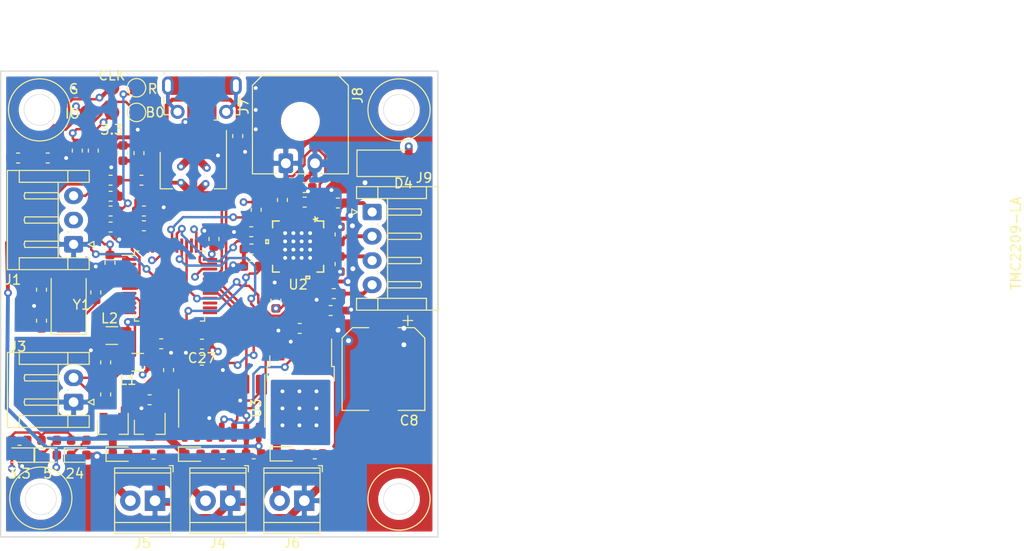
<source format=kicad_pcb>
(kicad_pcb (version 20171130) (host pcbnew "(5.1.5)-3")
  (layers (0 F.Cu signal) (1 In1.Cu signal) (2 In2.Cu signal) (31 B.Cu power) (34 B.Paste user) (35 F.Paste user) (36 B.SilkS user) (37 F.SilkS user) (38 B.Mask user) (39 F.Mask user) (44 Edge.Cuts user))
  (net 0 "")
  (net 1 GNDA)
  (net 2 GND)
  (net 3 "Net-(C2-Pad2)")
  (net 4 ST_VS)
  (net 5 "Net-(C3-Pad1)")
  (net 6 "Net-(C4-Pad1)")
  (net 7 "Net-(C5-Pad1)")
  (net 8 "Net-(C5-Pad2)")
  (net 9 VBUS)
  (net 10 +3V3)
  (net 11 "Net-(C12-Pad2)")
  (net 12 "Net-(C13-Pad2)")
  (net 13 "Net-(C19-Pad2)")
  (net 14 "Net-(D1-Pad1)")
  (net 15 "Net-(D1-Pad2)")
  (net 16 "Net-(D2-Pad1)")
  (net 17 "Net-(D2-Pad2)")
  (net 18 "Net-(D3-Pad2)")
  (net 19 "Net-(D3-Pad1)")
  (net 20 "Net-(J7-Pad6)")
  (net 21 USBD-)
  (net 22 USBD+)
  (net 23 AREF)
  (net 24 PARTFAN_MOS)
  (net 25 HEATERFAN_MOS)
  (net 26 HEATER_MOS)
  (net 27 ENDSTOP)
  (net 28 THERM)
  (net 29 ST_UART)
  (net 30 "Net-(R17-Pad1)")
  (net 31 ST_EN)
  (net 32 PARTFAN)
  (net 33 HEATERFAN)
  (net 34 HEATER)
  (net 35 ST_STEP)
  (net 36 ST_DIR)
  (net 37 ST_DIAG)
  (net 38 "Net-(C20-Pad2)")
  (net 39 "Net-(C21-Pad2)")
  (net 40 "Net-(C22-Pad2)")
  (net 41 "Net-(C23-Pad2)")
  (net 42 "Net-(D6-Pad1)")
  (net 43 "Net-(D7-Pad1)")
  (net 44 "Net-(D8-Pad1)")
  (net 45 "Net-(J3-Pad2)")
  (net 46 SWCLK)
  (net 47 SWDIO)
  (net 48 "Net-(R23-Pad2)")
  (module Package_TO_SOT_SMD:TO-252-2 (layer F.Cu) (at 213.88 132.41 270)
    (fp_text reference Q3 hide)
    (fp_text value WSF3085)
    (pad 1 smd rect (at -4.2 -2.28 270) (size 2.2 1.2) (layers F.Cu F.Paste F.Mask) (net 26 HEATER_MOS))
    (pad 3 smd rect (at -4.2 2.28 270) (size 2.2 1.2) (layers F.Cu F.Paste F.Mask) (net 2 GND))
    (pad 2 smd rect (at 2.1 0 270) (size 6.4 5.8) (layers F.Cu F.Mask) (net 19 "Net-(D3-Pad1)"))
  )
  (module Capacitor_SMD:C_0603_1608Metric (layer F.Cu) (at 194.31 110.744)
    (fp_text reference C2 hide)
    (fp_text value 0.1uF)
    (pad 1 smd roundrect (at -0.7875 0) (size 0.875 0.95) (layers F.Cu F.Paste F.Mask) (net 2 GND))
    (pad 2 smd roundrect (at 0.7875 0) (size 0.875 0.95) (layers F.Cu F.Paste F.Mask) (net 3 "Net-(C2-Pad2)"))
  )
  (module Capacitor_SMD:C_0603_1608Metric (layer F.Cu) (at 212 112.7775 90)
    (fp_text reference C3 hide)
    (fp_text value 100nF/50V)
    (pad 2 smd roundrect (at 0.7875 0 90) (size 0.875 0.95) (layers F.Cu F.Paste F.Mask) (net 4 ST_VS))
    (pad 1 smd roundrect (at -0.7875 0 90) (size 0.875 0.95) (layers F.Cu F.Paste F.Mask) (net 5 "Net-(C3-Pad1)"))
  )
  (module Capacitor_SMD:C_0603_1608Metric (layer F.Cu) (at 208.788 116.054 180)
    (fp_text reference C4 hide)
    (fp_text value 4.7uF)
    (pad 1 smd roundrect (at -0.7875 0 180) (size 0.875 0.95) (layers F.Cu F.Paste F.Mask) (net 6 "Net-(C4-Pad1)"))
    (pad 2 smd roundrect (at 0.7875 0 180) (size 0.875 0.95) (layers F.Cu F.Paste F.Mask) (net 2 GND))
  )
  (module Capacitor_SMD:C_0603_1608Metric (layer F.Cu) (at 214.2875 113)
    (fp_text reference C5 hide)
    (fp_text value 22nf/50V)
    (pad 1 smd roundrect (at -0.7875 0) (size 0.875 0.95) (layers F.Cu F.Paste F.Mask) (net 7 "Net-(C5-Pad1)"))
    (pad 2 smd roundrect (at 0.7875 0) (size 0.875 0.95) (layers F.Cu F.Paste F.Mask) (net 8 "Net-(C5-Pad2)"))
  )
  (module Capacitor_SMD:C_0603_1608Metric (layer F.Cu) (at 216.9625 124.175 180)
    (fp_text reference C6 hide)
    (fp_text value 100nf/50V)
    (pad 2 smd roundrect (at 0.7875 0 180) (size 0.875 0.95) (layers F.Cu F.Paste F.Mask) (net 2 GND))
    (pad 1 smd roundrect (at -0.7875 0 180) (size 0.875 0.95) (layers F.Cu F.Paste F.Mask) (net 4 ST_VS))
  )
  (module Capacitor_SMD:C_0603_1608Metric (layer F.Cu) (at 214.2875 111.5)
    (fp_text reference C7 hide)
    (fp_text value 100nf/50V)
    (pad 2 smd roundrect (at 0.7875 0) (size 0.875 0.95) (layers F.Cu F.Paste F.Mask) (net 2 GND))
    (pad 1 smd roundrect (at -0.7875 0) (size 0.875 0.95) (layers F.Cu F.Paste F.Mask) (net 4 ST_VS))
  )
  (module Capacitor_SMD:CP_Elec_8x10 (layer F.Cu) (at 222.4 130.2 270)
    (fp_text reference C8 (at 5.309 -2.644 180) (layer F.SilkS))
    (fp_text value 100uF/50V)
    (pad 1 smd roundrect (at -3.25 0 270) (size 3.5 2.5) (layers F.Cu F.Paste F.Mask) (roundrect_rratio 0.1) (net 4 ST_VS))
    (pad 2 smd roundrect (at 3.25 0 270) (size 3.5 2.5) (layers F.Cu F.Paste F.Mask) (roundrect_rratio 0.1) (net 2 GND))
  )
  (module Capacitor_SMD:C_0603_1608Metric (layer F.Cu) (at 211.328 123.1645 270)
    (fp_text reference C9 hide)
    (fp_text value 100nF/50V)
    (pad 2 smd roundrect (at 0.7875 0 270) (size 0.875 0.95) (layers F.Cu F.Paste F.Mask) (net 10 +3V3))
    (pad 1 smd roundrect (at -0.7875 0 270) (size 0.875 0.95) (layers F.Cu F.Paste F.Mask) (net 2 GND))
  )
  (module Capacitor_SMD:C_0603_1608Metric (layer F.Cu) (at 203.708 129.286 180)
    (fp_text reference C10 hide)
    (fp_text value 0.1uF)
    (pad 1 smd roundrect (at -0.7875 0 180) (size 0.875 0.95) (layers F.Cu F.Paste F.Mask) (net 10 +3V3))
    (pad 2 smd roundrect (at 0.7875 0 180) (size 0.875 0.95) (layers F.Cu F.Paste F.Mask) (net 2 GND))
  )
  (module Capacitor_SMD:C_0603_1608Metric (layer F.Cu) (at 199.517 127.6 180)
    (fp_text reference C11 hide)
    (fp_text value 0.1uF)
    (pad 1 smd roundrect (at -0.7875 0 180) (size 0.875 0.95) (layers F.Cu F.Paste F.Mask) (net 2 GND))
    (pad 2 smd roundrect (at 0.7875 0 180) (size 0.875 0.95) (layers F.Cu F.Paste F.Mask) (net 10 +3V3))
  )
  (module Capacitor_SMD:C_0603_1608Metric (layer F.Cu) (at 187.198 125.222 270)
    (fp_text reference C12 hide)
    (fp_text value 22pF)
    (pad 2 smd roundrect (at 0.7875 0 270) (size 0.875 0.95) (layers F.Cu F.Paste F.Mask) (net 11 "Net-(C12-Pad2)"))
    (pad 1 smd roundrect (at -0.7875 0 270) (size 0.875 0.95) (layers F.Cu F.Paste F.Mask) (net 2 GND))
  )
  (module Capacitor_SMD:C_0603_1608Metric (layer F.Cu) (at 187.198 122.0215 90)
    (fp_text reference C13 hide)
    (fp_text value 22pF)
    (pad 2 smd roundrect (at 0.7875 0 90) (size 0.875 0.95) (layers F.Cu F.Paste F.Mask) (net 12 "Net-(C13-Pad2)"))
    (pad 1 smd roundrect (at -0.7875 0 90) (size 0.875 0.95) (layers F.Cu F.Paste F.Mask) (net 2 GND))
  )
  (module Capacitor_SMD:C_0603_1608Metric (layer F.Cu) (at 209.042 138.938 180)
    (fp_text reference C14 hide)
    (fp_text value 0.1uF)
    (pad 2 smd roundrect (at 0.7875 0 180) (size 0.875 0.95) (layers F.Cu F.Paste F.Mask) (net 2 GND))
    (pad 1 smd roundrect (at -0.7875 0 180) (size 0.875 0.95) (layers F.Cu F.Paste F.Mask) (net 9 VBUS))
  )
  (module Capacitor_SMD:C_0603_1608Metric (layer F.Cu) (at 207.398 106.1975 90)
    (fp_text reference C15 hide)
    (fp_text value 0.1uF)
    (pad 1 smd roundrect (at -0.7875 0 90) (size 0.875 0.95) (layers F.Cu F.Paste F.Mask) (net 2 GND))
    (pad 2 smd roundrect (at 0.7875 0 90) (size 0.875 0.95) (layers F.Cu F.Paste F.Mask) (net 9 VBUS))
  )
  (module Capacitor_SMD:C_0603_1608Metric (layer F.Cu) (at 204.954 116.7985 90)
    (fp_text reference C17 hide)
    (fp_text value 0.1uF)
    (pad 2 smd roundrect (at 0.7875 0 90) (size 0.875 0.95) (layers F.Cu F.Paste F.Mask) (net 2 GND))
    (pad 1 smd roundrect (at -0.7875 0 90) (size 0.875 0.95) (layers F.Cu F.Paste F.Mask) (net 10 +3V3))
  )
  (module Capacitor_SMD:C_0603_1608Metric (layer F.Cu) (at 194.25 119.25 270)
    (fp_text reference C18 hide)
    (fp_text value 0.1uF)
    (pad 1 smd roundrect (at -0.7875 0 270) (size 0.875 0.95) (layers F.Cu F.Paste F.Mask) (net 10 +3V3))
    (pad 2 smd roundrect (at 0.7875 0 270) (size 0.875 0.95) (layers F.Cu F.Paste F.Mask) (net 2 GND))
  )
  (module Capacitor_SMD:C_0603_1608Metric (layer F.Cu) (at 194.31 115.57)
    (fp_text reference C19 hide)
    (fp_text value 0.1uF)
    (pad 1 smd roundrect (at -0.7875 0) (size 0.875 0.95) (layers F.Cu F.Paste F.Mask) (net 2 GND))
    (pad 2 smd roundrect (at 0.7875 0) (size 0.875 0.95) (layers F.Cu F.Paste F.Mask) (net 13 "Net-(C19-Pad2)"))
  )
  (module LED_SMD:LED_0603_1608Metric (layer F.Cu) (at 202.7845 138.966)
    (fp_text reference D1 hide)
    (fp_text value LED)
    (pad 1 smd roundrect (at -0.7875 0) (size 0.875 0.95) (layers F.Cu F.Paste F.Mask) (net 14 "Net-(D1-Pad1)"))
    (pad 2 smd roundrect (at 0.7875 0) (size 0.875 0.95) (layers F.Cu F.Paste F.Mask) (net 15 "Net-(D1-Pad2)"))
  )
  (module LED_SMD:LED_0603_1608Metric (layer F.Cu) (at 195.3255 138.966)
    (fp_text reference D2 hide)
    (fp_text value LED)
    (pad 1 smd roundrect (at -0.7875 0) (size 0.875 0.95) (layers F.Cu F.Paste F.Mask) (net 16 "Net-(D2-Pad1)"))
    (pad 2 smd roundrect (at 0.7875 0) (size 0.875 0.95) (layers F.Cu F.Paste F.Mask) (net 17 "Net-(D2-Pad2)"))
  )
  (module LED_SMD:LED_0603_1608Metric (layer F.Cu) (at 212.217 138.938)
    (fp_text reference D3 hide)
    (fp_text value LED)
    (pad 2 smd roundrect (at 0.7875 0) (size 0.875 0.95) (layers F.Cu F.Paste F.Mask) (net 18 "Net-(D3-Pad2)"))
    (pad 1 smd roundrect (at -0.7875 0) (size 0.875 0.95) (layers F.Cu F.Paste F.Mask) (net 19 "Net-(D3-Pad1)"))
  )
  (module Diode_SMD:D_SOD-128 (layer F.Cu) (at 222.75 109)
    (fp_text reference D4 (at 1.697 2.066 180) (layer F.SilkS))
    (fp_text value B5819W)
    (pad 1 smd rect (at -2.2 0) (size 1.4 2.1) (layers F.Cu F.Paste F.Mask) (net 4 ST_VS))
    (pad 2 smd rect (at 2.2 0) (size 1.4 2.1) (layers F.Cu F.Paste F.Mask) (net 10 +3V3))
  )
  (module Connector_JST:JST_EH_S3B-EH_1x03_P2.50mm_Horizontal (layer F.Cu) (at 190.5 117.348 90)
    (fp_text reference J1 (at -3.652 -6.25 180) (layer F.SilkS))
    (fp_text value Endstop)
    (pad 1 thru_hole roundrect (at 0 0 90) (size 1.7 1.95) (drill 0.95) (layers *.Cu *.Mask) (roundrect_rratio 0.147059) (net 2 GND))
    (pad 2 thru_hole oval (at 2.5 0 90) (size 1.7 1.95) (drill 0.95) (layers *.Cu *.Mask) (net 10 +3V3))
    (pad 3 thru_hole oval (at 5 0 90) (size 1.7 1.95) (drill 0.95) (layers *.Cu *.Mask) (net 3 "Net-(C2-Pad2)"))
  )
  (module Connector_JST:JST_EH_S2B-EH_1x02_P2.50mm_Horizontal (layer F.Cu) (at 190.5 133.604 90)
    (fp_text reference J3 (at 5.715 -5.715 180) (layer F.SilkS))
    (fp_text value HeaterThermistor)
    (pad 1 thru_hole roundrect (at 0 0 90) (size 1.7 2) (drill 1) (layers *.Cu *.Mask) (roundrect_rratio 0.147059) (net 1 GNDA))
    (pad 2 thru_hole oval (at 2.5 0 90) (size 1.7 2) (drill 1) (layers *.Cu *.Mask) (net 45 "Net-(J3-Pad2)"))
  )
  (module Connector_USB:USB_Micro-B_Molex-105017-0001 (layer F.Cu) (at 203.708 102.2375 180)
    (fp_text reference J7 (at -4.292 -0.892 270) (layer F.SilkS))
    (fp_text value USB_B_Micro)
    (pad 6 smd rect (at 1 1.2375 180) (size 1.5 1.9) (layers F.Cu F.Paste F.Mask) (net 20 "Net-(J7-Pad6)"))
    (pad 6 thru_hole circle (at -2.5 -1.4625 180) (size 1.45 1.45) (drill 0.85) (layers *.Cu *.Mask) (net 20 "Net-(J7-Pad6)"))
    (pad 2 smd rect (at -0.65 -1.4625 180) (size 0.4 1.35) (layers F.Cu F.Paste F.Mask) (net 21 USBD-))
    (pad 1 smd rect (at -1.3 -1.4625 180) (size 0.4 1.35) (layers F.Cu F.Paste F.Mask) (net 9 VBUS))
    (pad 5 smd rect (at 1.3 -1.4625 180) (size 0.4 1.35) (layers F.Cu F.Paste F.Mask) (net 2 GND))
    (pad 4 smd rect (at 0.65 -1.4625 180) (size 0.4 1.35) (layers F.Cu F.Paste F.Mask))
    (pad 3 smd rect (at 0 -1.4625 180) (size 0.4 1.35) (layers F.Cu F.Paste F.Mask) (net 22 USBD+))
    (pad 6 thru_hole circle (at 2.5 -1.4625 180) (size 1.45 1.45) (drill 0.85) (layers *.Cu *.Mask) (net 20 "Net-(J7-Pad6)"))
    (pad 6 smd rect (at -1 1.2375 180) (size 1.5 1.9) (layers F.Cu F.Paste F.Mask) (net 20 "Net-(J7-Pad6)"))
    (pad 6 thru_hole oval (at -3.5 1.2375) (size 1.2 1.9) (drill oval 0.6 1.3) (layers *.Cu *.Mask) (net 20 "Net-(J7-Pad6)"))
    (pad 6 thru_hole oval (at 3.5 1.2375 180) (size 1.2 1.9) (drill oval 0.6 1.3) (layers *.Cu *.Mask) (net 20 "Net-(J7-Pad6)"))
    (pad 6 smd rect (at 2.9 1.2375 180) (size 1.2 1.9) (layers F.Cu F.Mask) (net 20 "Net-(J7-Pad6)"))
    (pad 6 smd rect (at -2.9 1.2375 180) (size 1.2 1.9) (layers F.Cu F.Mask) (net 20 "Net-(J7-Pad6)"))
  )
  (module Connector_Molex:Molex_Micro-Fit_3.0_43650-0200_1x02_P3.00mm_Horizontal (layer F.Cu) (at 212.344 109)
    (fp_text reference J8 (at 7.406 -7 270) (layer F.SilkS))
    (fp_text value Conn_01x02)
    (pad "" np_thru_hole circle (at 1.5 -4.32) (size 3 3) (drill 3) (layers *.Cu *.Mask))
    (pad 1 thru_hole roundrect (at 0 0) (size 1.5 2.02) (drill 1.02) (layers *.Cu *.Mask) (roundrect_rratio 0.166667) (net 2 GND))
    (pad 2 thru_hole oval (at 3 0) (size 1.5 2.02) (drill 1.02) (layers *.Cu *.Mask) (net 4 ST_VS))
  )
  (module Connector_JST:JST_EH_S4B-EH_1x04_P2.50mm_Horizontal (layer F.Cu) (at 221.234 114.022 270)
    (fp_text reference J9 (at -3.522 -5.334 180) (layer F.SilkS))
    (fp_text value Stepper)
    (pad 1 thru_hole roundrect (at 0 0 270) (size 1.7 1.95) (drill 0.95) (layers *.Cu *.Mask) (roundrect_rratio 0.147059) (net 41 "Net-(C23-Pad2)"))
    (pad 2 thru_hole oval (at 2.5 0 270) (size 1.7 1.95) (drill 0.95) (layers *.Cu *.Mask) (net 40 "Net-(C22-Pad2)"))
    (pad 3 thru_hole oval (at 5 0 270) (size 1.7 1.95) (drill 0.95) (layers *.Cu *.Mask) (net 38 "Net-(C20-Pad2)"))
    (pad 4 thru_hole oval (at 7.5 0 270) (size 1.7 1.95) (drill 0.95) (layers *.Cu *.Mask) (net 39 "Net-(C21-Pad2)"))
  )
  (module Inductor_SMD:L_1206_3216Metric (layer F.Cu) (at 197.104 129.5 180)
    (fp_text reference L1 (at 1.016 -1.818 180) (layer F.SilkS))
    (fp_text value 22uH)
    (pad 2 smd roundrect (at 1.4 0 180) (size 1.25 1.75) (layers F.Cu F.Paste F.Mask) (roundrect_rratio 0.2) (net 23 AREF))
    (pad 1 smd roundrect (at -1.4 0 180) (size 1.25 1.75) (layers F.Cu F.Paste F.Mask) (roundrect_rratio 0.2) (net 10 +3V3))
  )
  (module Inductor_SMD:L_1206_3216Metric (layer F.Cu) (at 194.434 126.75 180)
    (fp_text reference L2 (at 0.234 1.775) (layer F.SilkS))
    (fp_text value 22uH)
    (pad 1 smd roundrect (at -1.4 0 180) (size 1.25 1.75) (layers F.Cu F.Paste F.Mask) (roundrect_rratio 0.2) (net 2 GND))
    (pad 2 smd roundrect (at 1.4 0 180) (size 1.25 1.75) (layers F.Cu F.Paste F.Mask) (roundrect_rratio 0.2) (net 1 GNDA))
  )
  (module Package_TO_SOT_SMD:SOT-23 (layer F.Cu) (at 198.338 136.166 270)
    (fp_text reference Q1 hide)
    (fp_text value AO3400A)
    (pad 3 smd rect (at 1 0 270) (size 0.9 0.8) (layers F.Cu F.Paste F.Mask) (net 14 "Net-(D1-Pad1)"))
    (pad 2 smd rect (at -1 0.95 270) (size 0.9 0.8) (layers F.Cu F.Paste F.Mask) (net 2 GND))
    (pad 1 smd rect (at -1 -0.95 270) (size 0.9 0.8) (layers F.Cu F.Paste F.Mask) (net 24 PARTFAN_MOS))
  )
  (module Package_TO_SOT_SMD:SOT-23 (layer F.Cu) (at 194.538 136.166 270)
    (fp_text reference Q2 hide)
    (fp_text value AO3400A)
    (pad 1 smd rect (at -1 -0.95 270) (size 0.9 0.8) (layers F.Cu F.Paste F.Mask) (net 25 HEATERFAN_MOS))
    (pad 2 smd rect (at -1 0.95 270) (size 0.9 0.8) (layers F.Cu F.Paste F.Mask) (net 2 GND))
    (pad 3 smd rect (at 1 0 270) (size 0.9 0.8) (layers F.Cu F.Paste F.Mask) (net 16 "Net-(D2-Pad1)"))
  )
  (module Resistor_SMD:R_0603_1608Metric (layer F.Cu) (at 194.31 113.919)
    (fp_text reference R1 hide)
    (fp_text value 4.7k)
    (pad 2 smd roundrect (at 0.7875 0) (size 0.875 0.95) (layers F.Cu F.Paste F.Mask) (net 13 "Net-(C19-Pad2)"))
    (pad 1 smd roundrect (at -0.7875 0) (size 0.875 0.95) (layers F.Cu F.Paste F.Mask) (net 10 +3V3))
  )
  (module Resistor_SMD:R_0603_1608Metric (layer F.Cu) (at 193.802 132.8165 90)
    (fp_text reference R2 hide)
    (fp_text value "4.7k 1%")
    (pad 1 smd roundrect (at -0.7875 0 90) (size 0.875 0.95) (layers F.Cu F.Paste F.Mask) (net 45 "Net-(J3-Pad2)"))
    (pad 2 smd roundrect (at 0.7875 0 90) (size 0.875 0.95) (layers F.Cu F.Paste F.Mask) (net 23 AREF))
  )
  (module Resistor_SMD:R_0603_1608Metric (layer F.Cu) (at 197.485 110.744 180)
    (fp_text reference R3 hide)
    (fp_text value 10k)
    (pad 2 smd roundrect (at 0.7875 0 180) (size 0.875 0.95) (layers F.Cu F.Paste F.Mask) (net 3 "Net-(C2-Pad2)"))
    (pad 1 smd roundrect (at -0.7875 0 180) (size 0.875 0.95) (layers F.Cu F.Paste F.Mask) (net 10 +3V3))
  )
  (module Resistor_SMD:R_0603_1608Metric (layer F.Cu) (at 194.31 112.395)
    (fp_text reference R4 hide)
    (fp_text value 1k)
    (pad 1 smd roundrect (at -0.7875 0) (size 0.875 0.95) (layers F.Cu F.Paste F.Mask) (net 27 ENDSTOP))
    (pad 2 smd roundrect (at 0.7875 0) (size 0.875 0.95) (layers F.Cu F.Paste F.Mask) (net 3 "Net-(C2-Pad2)"))
  )
  (module Resistor_SMD:R_0603_1608Metric (layer F.Cu) (at 193.802 129.5145 270)
    (fp_text reference R5 hide)
    (fp_text value 10k)
    (pad 2 smd roundrect (at 0.7875 0 270) (size 0.875 0.95) (layers F.Cu F.Paste F.Mask) (net 45 "Net-(J3-Pad2)"))
    (pad 1 smd roundrect (at -0.7875 0 270) (size 0.875 0.95) (layers F.Cu F.Paste F.Mask) (net 28 THERM))
  )
  (module Resistor_SMD:R_0603_1608Metric (layer F.Cu) (at 198.3255 133.366)
    (fp_text reference R8 hide)
    (fp_text value 10k)
    (pad 2 smd roundrect (at 0.7875 0) (size 0.875 0.95) (layers F.Cu F.Paste F.Mask) (net 24 PARTFAN_MOS))
    (pad 1 smd roundrect (at -0.7875 0) (size 0.875 0.95) (layers F.Cu F.Paste F.Mask) (net 2 GND))
  )
  (module Resistor_SMD:R_0603_1608Metric (layer F.Cu) (at 192.786 122.301 90)
    (fp_text reference R9 hide)
    (fp_text value 1M)
    (pad 1 smd roundrect (at -0.7875 0 90) (size 0.875 0.95) (layers F.Cu F.Paste F.Mask) (net 11 "Net-(C12-Pad2)"))
    (pad 2 smd roundrect (at 0.7875 0 90) (size 0.875 0.95) (layers F.Cu F.Paste F.Mask) (net 12 "Net-(C13-Pad2)"))
  )
  (module Resistor_SMD:R_0603_1608Metric (layer F.Cu) (at 200.279 130.302 270)
    (fp_text reference R10 hide)
    (fp_text value 10k)
    (pad 2 smd roundrect (at 0.7875 0 270) (size 0.875 0.95) (layers F.Cu F.Paste F.Mask) (net 25 HEATERFAN_MOS))
    (pad 1 smd roundrect (at -0.7875 0 270) (size 0.875 0.95) (layers F.Cu F.Paste F.Mask) (net 2 GND))
  )
  (module Resistor_SMD:R_0603_1608Metric (layer F.Cu) (at 213.7755 126.016)
    (fp_text reference R12 hide)
    (fp_text value 10k)
    (pad 1 smd roundrect (at -0.7875 0) (size 0.875 0.95) (layers F.Cu F.Paste F.Mask) (net 2 GND))
    (pad 2 smd roundrect (at 0.7875 0) (size 0.875 0.95) (layers F.Cu F.Paste F.Mask) (net 26 HEATER_MOS))
  )
  (module Resistor_SMD:R_0603_1608Metric (layer F.Cu) (at 205.8835 138.966 180)
    (fp_text reference R13 hide)
    (fp_text value 6.8k)
    (pad 1 smd roundrect (at -0.7875 0 180) (size 0.875 0.95) (layers F.Cu F.Paste F.Mask) (net 4 ST_VS))
    (pad 2 smd roundrect (at 0.7875 0 180) (size 0.875 0.95) (layers F.Cu F.Paste F.Mask) (net 15 "Net-(D1-Pad2)"))
  )
  (module Resistor_SMD:R_0603_1608Metric (layer F.Cu) (at 198.7255 138.966 180)
    (fp_text reference R14 hide)
    (fp_text value 6.8k)
    (pad 2 smd roundrect (at 0.7875 0 180) (size 0.875 0.95) (layers F.Cu F.Paste F.Mask) (net 17 "Net-(D2-Pad2)"))
    (pad 1 smd roundrect (at -0.7875 0 180) (size 0.875 0.95) (layers F.Cu F.Paste F.Mask) (net 4 ST_VS))
  )
  (module Resistor_SMD:R_0603_1608Metric (layer F.Cu) (at 215.3255 138.938 180)
    (fp_text reference R15 hide)
    (fp_text value 6.8k)
    (pad 1 smd roundrect (at -0.7875 0 180) (size 0.875 0.95) (layers F.Cu F.Paste F.Mask) (net 4 ST_VS))
    (pad 2 smd roundrect (at 0.7875 0 180) (size 0.875 0.95) (layers F.Cu F.Paste F.Mask) (net 18 "Net-(D3-Pad2)"))
  )
  (module Resistor_SMD:R_0603_1608Metric (layer F.Cu) (at 208.8135 119.61 180)
    (fp_text reference R16 hide)
    (fp_text value 20k)
    (pad 1 smd roundrect (at -0.7875 0 180) (size 0.875 0.95) (layers F.Cu F.Paste F.Mask) (net 29 ST_UART))
    (pad 2 smd roundrect (at 0.7875 0 180) (size 0.875 0.95) (layers F.Cu F.Paste F.Mask) (net 2 GND))
  )
  (module Resistor_SMD:R_0603_1608Metric (layer F.Cu) (at 208.8135 117.832 180)
    (fp_text reference R17 hide)
    (fp_text value 20k)
    (pad 1 smd roundrect (at -0.7875 0 180) (size 0.875 0.95) (layers F.Cu F.Paste F.Mask) (net 30 "Net-(R17-Pad1)"))
    (pad 2 smd roundrect (at 0.7875 0 180) (size 0.875 0.95) (layers F.Cu F.Paste F.Mask) (net 2 GND))
  )
  (module Resistor_SMD:R_0603_1608Metric (layer F.Cu) (at 209.296 113.792 270)
    (fp_text reference R18 hide)
    (fp_text value 20k)
    (pad 2 smd roundrect (at 0.7875 0 270) (size 0.875 0.95) (layers F.Cu F.Paste F.Mask) (net 31 ST_EN))
    (pad 1 smd roundrect (at -0.7875 0 270) (size 0.875 0.95) (layers F.Cu F.Paste F.Mask) (net 10 +3V3))
  )
  (module Package_QFP:LQFP-48_7x7mm_P0.5mm (layer F.Cu) (at 200.382 121.65)
    (fp_text reference U1 hide)
    (fp_text value STM32F103C8T6)
    (pad 1 smd roundrect (at -4.1625 -2.75) (size 1.475 0.3) (layers F.Cu F.Paste F.Mask) (net 10 +3V3))
    (pad 2 smd roundrect (at -4.1625 -2.25) (size 1.475 0.3) (layers F.Cu F.Paste F.Mask))
    (pad 3 smd roundrect (at -4.1625 -1.75) (size 1.475 0.3) (layers F.Cu F.Paste F.Mask))
    (pad 4 smd roundrect (at -4.1625 -1.25) (size 1.475 0.3) (layers F.Cu F.Paste F.Mask))
    (pad 5 smd roundrect (at -4.1625 -0.75) (size 1.475 0.3) (layers F.Cu F.Paste F.Mask) (net 12 "Net-(C13-Pad2)"))
    (pad 6 smd roundrect (at -4.1625 -0.25) (size 1.475 0.3) (layers F.Cu F.Paste F.Mask) (net 11 "Net-(C12-Pad2)"))
    (pad 7 smd roundrect (at -4.1625 0.25) (size 1.475 0.3) (layers F.Cu F.Paste F.Mask) (net 13 "Net-(C19-Pad2)"))
    (pad 8 smd roundrect (at -4.1625 0.75) (size 1.475 0.3) (layers F.Cu F.Paste F.Mask) (net 1 GNDA))
    (pad 9 smd roundrect (at -4.1625 1.25) (size 1.475 0.3) (layers F.Cu F.Paste F.Mask) (net 23 AREF))
    (pad 10 smd roundrect (at -4.1625 1.75) (size 1.475 0.3) (layers F.Cu F.Paste F.Mask) (net 28 THERM))
    (pad 11 smd roundrect (at -4.1625 2.25) (size 1.475 0.3) (layers F.Cu F.Paste F.Mask))
    (pad 12 smd roundrect (at -4.1625 2.75) (size 1.475 0.3) (layers F.Cu F.Paste F.Mask))
    (pad 13 smd roundrect (at -2.75 4.1625) (size 0.3 1.475) (layers F.Cu F.Paste F.Mask))
    (pad 14 smd roundrect (at -2.25 4.1625) (size 0.3 1.475) (layers F.Cu F.Paste F.Mask))
    (pad 15 smd roundrect (at -1.75 4.1625) (size 0.3 1.475) (layers F.Cu F.Paste F.Mask))
    (pad 16 smd roundrect (at -1.25 4.1625) (size 0.3 1.475) (layers F.Cu F.Paste F.Mask) (net 27 ENDSTOP))
    (pad 17 smd roundrect (at -0.75 4.1625) (size 0.3 1.475) (layers F.Cu F.Paste F.Mask))
    (pad 18 smd roundrect (at -0.25 4.1625) (size 0.3 1.475) (layers F.Cu F.Paste F.Mask))
    (pad 19 smd roundrect (at 0.25 4.1625) (size 0.3 1.475) (layers F.Cu F.Paste F.Mask))
    (pad 20 smd roundrect (at 0.75 4.1625) (size 0.3 1.475) (layers F.Cu F.Paste F.Mask))
    (pad 21 smd roundrect (at 1.25 4.1625) (size 0.3 1.475) (layers F.Cu F.Paste F.Mask))
    (pad 22 smd roundrect (at 1.75 4.1625) (size 0.3 1.475) (layers F.Cu F.Paste F.Mask) (net 29 ST_UART))
    (pad 23 smd roundrect (at 2.25 4.1625) (size 0.3 1.475) (layers F.Cu F.Paste F.Mask) (net 2 GND))
    (pad 24 smd roundrect (at 2.75 4.1625) (size 0.3 1.475) (layers F.Cu F.Paste F.Mask) (net 10 +3V3))
    (pad 25 smd roundrect (at 4.1625 2.75) (size 1.475 0.3) (layers F.Cu F.Paste F.Mask))
    (pad 26 smd roundrect (at 4.1625 2.25) (size 1.475 0.3) (layers F.Cu F.Paste F.Mask))
    (pad 27 smd roundrect (at 4.1625 1.75) (size 1.475 0.3) (layers F.Cu F.Paste F.Mask))
    (pad 28 smd roundrect (at 4.1625 1.25) (size 1.475 0.3) (layers F.Cu F.Paste F.Mask))
    (pad 29 smd roundrect (at 4.1625 0.75) (size 1.475 0.3) (layers F.Cu F.Paste F.Mask) (net 32 PARTFAN))
    (pad 30 smd roundrect (at 4.1625 0.25) (size 1.475 0.3) (layers F.Cu F.Paste F.Mask) (net 33 HEATERFAN))
    (pad 31 smd roundrect (at 4.1625 -0.25) (size 1.475 0.3) (layers F.Cu F.Paste F.Mask) (net 34 HEATER))
    (pad 32 smd roundrect (at 4.1625 -0.75) (size 1.475 0.3) (layers F.Cu F.Paste F.Mask) (net 21 USBD-))
    (pad 33 smd roundrect (at 4.1625 -1.25) (size 1.475 0.3) (layers F.Cu F.Paste F.Mask) (net 22 USBD+))
    (pad 34 smd roundrect (at 4.1625 -1.75) (size 1.475 0.3) (layers F.Cu F.Paste F.Mask) (net 47 SWDIO))
    (pad 35 smd roundrect (at 4.1625 -2.25) (size 1.475 0.3) (layers F.Cu F.Paste F.Mask) (net 2 GND))
    (pad 36 smd roundrect (at 4.1625 -2.75) (size 1.475 0.3) (layers F.Cu F.Paste F.Mask) (net 10 +3V3))
    (pad 37 smd roundrect (at 2.75 -4.1625) (size 0.3 1.475) (layers F.Cu F.Paste F.Mask) (net 46 SWCLK))
    (pad 38 smd roundrect (at 2.25 -4.1625) (size 0.3 1.475) (layers F.Cu F.Paste F.Mask))
    (pad 39 smd roundrect (at 1.75 -4.1625) (size 0.3 1.475) (layers F.Cu F.Paste F.Mask) (net 35 ST_STEP))
    (pad 40 smd roundrect (at 1.25 -4.1625) (size 0.3 1.475) (layers F.Cu F.Paste F.Mask) (net 36 ST_DIR))
    (pad 41 smd roundrect (at 0.75 -4.1625) (size 0.3 1.475) (layers F.Cu F.Paste F.Mask) (net 37 ST_DIAG))
    (pad 42 smd roundrect (at 0.25 -4.1625) (size 0.3 1.475) (layers F.Cu F.Paste F.Mask) (net 31 ST_EN))
    (pad 43 smd roundrect (at -0.25 -4.1625) (size 0.3 1.475) (layers F.Cu F.Paste F.Mask))
    (pad 44 smd roundrect (at -0.75 -4.1625) (size 0.3 1.475) (layers F.Cu F.Paste F.Mask) (net 48 "Net-(R23-Pad2)"))
    (pad 45 smd roundrect (at -1.25 -4.1625) (size 0.3 1.475) (layers F.Cu F.Paste F.Mask))
    (pad 46 smd roundrect (at -1.75 -4.1625) (size 0.3 1.475) (layers F.Cu F.Paste F.Mask))
    (pad 47 smd roundrect (at -2.25 -4.1625) (size 0.3 1.475) (layers F.Cu F.Paste F.Mask) (net 2 GND))
    (pad 48 smd roundrect (at -2.75 -4.1625) (size 0.3 1.475) (layers F.Cu F.Paste F.Mask) (net 10 +3V3))
  )
  (module TMC2209:TMC2209-LA (layer F.Cu) (at 213.614 117.578 270)
    (fp_text reference U2 (at 3.922 0 180) (layer F.SilkS))
    (fp_text value TMC2209-LA (at -0.328 -73.886 90) (layer F.SilkS))
    (fp_text user * (at -2.8067 -2.131 90) (layer F.SilkS))
    (fp_text user * (at -2.8067 -2.131 90) (layer F.SilkS))
    (pad 1 smd rect (at -2.4257 -1.5) (size 0.2032 0.762) (layers F.Cu F.Paste F.Mask) (net 41 "Net-(C23-Pad2)"))
    (pad 2 smd rect (at -2.4257 -1.000001) (size 0.2032 0.762) (layers F.Cu F.Paste F.Mask) (net 31 ST_EN))
    (pad 3 smd rect (at -2.4257 -0.499999) (size 0.2032 0.762) (layers F.Cu F.Paste F.Mask) (net 2 GND))
    (pad 4 smd rect (at -2.4257 0) (size 0.2032 0.762) (layers F.Cu F.Paste F.Mask) (net 8 "Net-(C5-Pad2)"))
    (pad 5 smd rect (at -2.4257 0.499999) (size 0.2032 0.762) (layers F.Cu F.Paste F.Mask) (net 7 "Net-(C5-Pad1)"))
    (pad 6 smd rect (at -2.4257 1.000001) (size 0.2032 0.762) (layers F.Cu F.Paste F.Mask) (net 5 "Net-(C3-Pad1)"))
    (pad 7 smd rect (at -2.4257 1.5) (size 0.2032 0.762) (layers F.Cu F.Paste F.Mask))
    (pad 8 smd rect (at -1.5 2.4257 270) (size 0.2032 0.762) (layers F.Cu F.Paste F.Mask) (net 6 "Net-(C4-Pad1)"))
    (pad 9 smd rect (at -1.000001 2.4257 270) (size 0.2032 0.762) (layers F.Cu F.Paste F.Mask))
    (pad 10 smd rect (at -0.499999 2.4257 270) (size 0.2032 0.762) (layers F.Cu F.Paste F.Mask))
    (pad 11 smd rect (at 0 2.4257 270) (size 0.2032 0.762) (layers F.Cu F.Paste F.Mask) (net 37 ST_DIAG))
    (pad 12 smd rect (at 0.499999 2.4257 270) (size 0.2032 0.762) (layers F.Cu F.Paste F.Mask))
    (pad 13 smd rect (at 1.000001 2.4257 270) (size 0.2032 0.762) (layers F.Cu F.Paste F.Mask) (net 30 "Net-(R17-Pad1)"))
    (pad 14 smd rect (at 1.5 2.4257 270) (size 0.2032 0.762) (layers F.Cu F.Paste F.Mask) (net 29 ST_UART))
    (pad 15 smd rect (at 2.4257 1.5) (size 0.2032 0.762) (layers F.Cu F.Paste F.Mask) (net 10 +3V3))
    (pad 16 smd rect (at 2.4257 1.000001) (size 0.2032 0.762) (layers F.Cu F.Paste F.Mask) (net 35 ST_STEP))
    (pad 17 smd rect (at 2.4257 0.499999) (size 0.2032 0.762) (layers F.Cu F.Paste F.Mask))
    (pad 18 smd rect (at 2.4257 0) (size 0.2032 0.762) (layers F.Cu F.Paste F.Mask) (net 2 GND))
    (pad 19 smd rect (at 2.4257 -0.499999) (size 0.2032 0.762) (layers F.Cu F.Paste F.Mask) (net 36 ST_DIR))
    (pad 20 smd rect (at 2.4257 -1.000001) (size 0.2032 0.762) (layers F.Cu F.Paste F.Mask))
    (pad 21 smd rect (at 2.4257 -1.5) (size 0.2032 0.762) (layers F.Cu F.Paste F.Mask) (net 39 "Net-(C21-Pad2)"))
    (pad 22 smd rect (at 1.5 -2.4257 270) (size 0.2032 0.762) (layers F.Cu F.Paste F.Mask) (net 4 ST_VS))
    (pad 23 smd rect (at 1.000001 -2.4257 270) (size 0.2032 0.762) (layers F.Cu F.Paste F.Mask) (net 2 GND))
    (pad 24 smd rect (at 0.499999 -2.4257 270) (size 0.2032 0.762) (layers F.Cu F.Paste F.Mask) (net 38 "Net-(C20-Pad2)"))
    (pad 25 smd rect (at 0 -2.4257 270) (size 0.2032 0.762) (layers F.Cu F.Paste F.Mask))
    (pad 26 smd rect (at -0.499999 -2.4257 270) (size 0.2032 0.762) (layers F.Cu F.Paste F.Mask) (net 40 "Net-(C22-Pad2)"))
    (pad 27 smd rect (at -1.000001 -2.4257 270) (size 0.2032 0.762) (layers F.Cu F.Paste F.Mask) (net 2 GND))
    (pad 28 smd rect (at -1.5 -2.4257 270) (size 0.2032 0.762) (layers F.Cu F.Paste F.Mask) (net 4 ST_VS))
    (pad 29 smd rect (at 0 0 270) (size 3.8 3.8) (layers F.Cu F.Paste F.Mask) (net 2 GND))
  )
  (module Package_SO:SOIC-14_3.9x8.7mm_P1.27mm (layer F.Cu) (at 205.748 134.241 270)
    (fp_text reference U3 (at 0 -3.548 90) (layer F.SilkS))
    (fp_text value 74HC125)
    (pad 1 smd roundrect (at -2.475 -3.81 270) (size 1.95 0.6) (layers F.Cu F.Paste F.Mask) (net 2 GND))
    (pad 2 smd roundrect (at -2.475 -2.54 270) (size 1.95 0.6) (layers F.Cu F.Paste F.Mask) (net 32 PARTFAN))
    (pad 3 smd roundrect (at -2.475 -1.27 270) (size 1.95 0.6) (layers F.Cu F.Paste F.Mask) (net 24 PARTFAN_MOS))
    (pad 4 smd roundrect (at -2.475 0 270) (size 1.95 0.6) (layers F.Cu F.Paste F.Mask) (net 2 GND))
    (pad 5 smd roundrect (at -2.475 1.27 270) (size 1.95 0.6) (layers F.Cu F.Paste F.Mask) (net 33 HEATERFAN))
    (pad 6 smd roundrect (at -2.475 2.54 270) (size 1.95 0.6) (layers F.Cu F.Paste F.Mask) (net 25 HEATERFAN_MOS))
    (pad 7 smd roundrect (at -2.475 3.81 270) (size 1.95 0.6) (layers F.Cu F.Paste F.Mask) (net 2 GND))
    (pad 8 smd roundrect (at 2.475 3.81 270) (size 1.95 0.6) (layers F.Cu F.Paste F.Mask))
    (pad 9 smd roundrect (at 2.475 2.54 270) (size 1.95 0.6) (layers F.Cu F.Paste F.Mask))
    (pad 10 smd roundrect (at 2.475 1.27 270) (size 1.95 0.6) (layers F.Cu F.Paste F.Mask) (net 2 GND))
    (pad 11 smd roundrect (at 2.475 0 270) (size 1.95 0.6) (layers F.Cu F.Paste F.Mask) (net 26 HEATER_MOS))
    (pad 12 smd roundrect (at 2.475 -1.27 270) (size 1.95 0.6) (layers F.Cu F.Paste F.Mask) (net 34 HEATER))
    (pad 13 smd roundrect (at 2.475 -2.54 270) (size 1.95 0.6) (layers F.Cu F.Paste F.Mask) (net 2 GND))
    (pad 14 smd roundrect (at 2.475 -3.81 270) (size 1.95 0.6) (layers F.Cu F.Paste F.Mask) (net 9 VBUS))
  )
  (module Package_TO_SOT_SMD:SOT-223-3_TabPin2 (layer F.Cu) (at 202.826 109.72 270)
    (fp_text reference U4 hide)
    (fp_text value AMS1117-3.3)
    (pad 2 smd rect (at 3.15 0 270) (size 2 3.8) (layers F.Cu F.Paste F.Mask) (net 10 +3V3))
    (pad 2 smd rect (at -3.15 0 270) (size 2 1.5) (layers F.Cu F.Paste F.Mask) (net 10 +3V3))
    (pad 3 smd rect (at -3.15 2.3 270) (size 2 1.5) (layers F.Cu F.Paste F.Mask) (net 9 VBUS))
    (pad 1 smd rect (at -3.15 -2.3 270) (size 2 1.5) (layers F.Cu F.Paste F.Mask) (net 2 GND))
  )
  (module Crystal:Crystal_SMD_5032-2Pin_5.0x3.2mm (layer F.Cu) (at 189.992 123.571 90)
    (fp_text reference Y1 (at 0 1.322 180) (layer F.SilkS))
    (fp_text value 8Mhz)
    (pad 1 smd rect (at -1.85 0 90) (size 2 2.4) (layers F.Cu F.Paste F.Mask) (net 11 "Net-(C12-Pad2)"))
    (pad 2 smd rect (at 1.85 0 90) (size 2 2.4) (layers F.Cu F.Paste F.Mask) (net 12 "Net-(C13-Pad2)"))
  )
  (module Capacitor_SMD:C_0603_1608Metric (layer F.Cu) (at 217.932 119.3815 90)
    (fp_text reference C20 hide)
    (fp_text value 470p)
    (pad 2 smd roundrect (at 0.7875 0 90) (size 0.875 0.95) (layers F.Cu F.Paste F.Mask) (net 38 "Net-(C20-Pad2)"))
    (pad 1 smd roundrect (at -0.7875 0 90) (size 0.875 0.95) (layers F.Cu F.Paste F.Mask) (net 2 GND))
  )
  (module Capacitor_SMD:C_0603_1608Metric (layer F.Cu) (at 217.2875 122.4295)
    (fp_text reference C21 hide)
    (fp_text value 470p)
    (pad 1 smd roundrect (at -0.7875 0) (size 0.875 0.95) (layers F.Cu F.Paste F.Mask) (net 2 GND))
    (pad 2 smd roundrect (at 0.7875 0) (size 0.875 0.95) (layers F.Cu F.Paste F.Mask) (net 39 "Net-(C21-Pad2)"))
  )
  (module Capacitor_SMD:C_0603_1608Metric (layer F.Cu) (at 217.932 116.3335 270)
    (fp_text reference C22 hide)
    (fp_text value 470p)
    (pad 2 smd roundrect (at 0.7875 0 270) (size 0.875 0.95) (layers F.Cu F.Paste F.Mask) (net 40 "Net-(C22-Pad2)"))
    (pad 1 smd roundrect (at -0.7875 0 270) (size 0.875 0.95) (layers F.Cu F.Paste F.Mask) (net 2 GND))
  )
  (module Capacitor_SMD:C_0603_1608Metric (layer F.Cu) (at 217.7035 113.0935)
    (fp_text reference C23 hide)
    (fp_text value 470p)
    (pad 1 smd roundrect (at -0.7875 0) (size 0.875 0.95) (layers F.Cu F.Paste F.Mask) (net 2 GND))
    (pad 2 smd roundrect (at 0.7875 0) (size 0.875 0.95) (layers F.Cu F.Paste F.Mask) (net 41 "Net-(C23-Pad2)"))
  )
  (module LED_SMD:LED_0603_1608Metric (layer F.Cu) (at 191.0335 139.065)
    (fp_text reference D6 hide)
    (fp_text value LED)
    (pad 1 smd roundrect (at -0.7875 0) (size 0.875 0.95) (layers F.Cu F.Paste F.Mask) (net 42 "Net-(D6-Pad1)"))
    (pad 2 smd roundrect (at 0.7875 0) (size 0.875 0.95) (layers F.Cu F.Paste F.Mask) (net 4 ST_VS))
  )
  (module LED_SMD:LED_0603_1608Metric (layer F.Cu) (at 187.9855 139.065)
    (fp_text reference D7 hide)
    (fp_text value LED)
    (pad 2 smd roundrect (at 0.7875 0) (size 0.875 0.95) (layers F.Cu F.Paste F.Mask) (net 9 VBUS))
    (pad 1 smd roundrect (at -0.7875 0) (size 0.875 0.95) (layers F.Cu F.Paste F.Mask) (net 43 "Net-(D7-Pad1)"))
  )
  (module LED_SMD:LED_0603_1608Metric (layer F.Cu) (at 184.9375 139.065 180)
    (fp_text reference D8 hide)
    (fp_text value LED)
    (pad 1 smd roundrect (at -0.7875 0 180) (size 0.875 0.95) (layers F.Cu F.Paste F.Mask) (net 44 "Net-(D8-Pad1)"))
    (pad 2 smd roundrect (at 0.7875 0 180) (size 0.875 0.95) (layers F.Cu F.Paste F.Mask) (net 10 +3V3))
  )
  (module Resistor_SMD:R_0603_1608Metric (layer F.Cu) (at 191.0335 137.541 180)
    (fp_text reference R11 hide)
    (fp_text value 6.8k)
    (pad 1 smd roundrect (at -0.7875 0 180) (size 0.875 0.95) (layers F.Cu F.Paste F.Mask) (net 42 "Net-(D6-Pad1)"))
    (pad 2 smd roundrect (at 0.7875 0 180) (size 0.875 0.95) (layers F.Cu F.Paste F.Mask) (net 2 GND))
  )
  (module Resistor_SMD:R_0603_1608Metric (layer F.Cu) (at 187.9855 137.541 180)
    (fp_text reference R19 hide)
    (fp_text value 2.2k)
    (pad 2 smd roundrect (at 0.7875 0 180) (size 0.875 0.95) (layers F.Cu F.Paste F.Mask) (net 2 GND))
    (pad 1 smd roundrect (at -0.7875 0 180) (size 0.875 0.95) (layers F.Cu F.Paste F.Mask) (net 43 "Net-(D7-Pad1)"))
  )
  (module Resistor_SMD:R_0603_1608Metric (layer F.Cu) (at 184.9375 137.541 180)
    (fp_text reference R20 hide)
    (fp_text value 2.2k)
    (pad 1 smd roundrect (at -0.7875 0 180) (size 0.875 0.95) (layers F.Cu F.Paste F.Mask) (net 44 "Net-(D8-Pad1)"))
    (pad 2 smd roundrect (at 0.7875 0 180) (size 0.875 0.95) (layers F.Cu F.Paste F.Mask) (net 2 GND))
  )
  (module Capacitor_SMD:C_0603_1608Metric (layer F.Cu) (at 197.739 115.443)
    (fp_text reference C1 hide)
    (fp_text value 4.7uF)
    (pad 1 smd roundrect (at -0.7875 0) (size 0.875 0.95) (layers F.Cu F.Paste F.Mask) (net 10 +3V3))
    (pad 2 smd roundrect (at 0.7875 0) (size 0.875 0.95) (layers F.Cu F.Paste F.Mask) (net 2 GND))
  )
  (module TerminalBlock_TE-Connectivity:TerminalBlock_TE_282834-2_1x02_P2.54mm_Horizontal (layer F.Cu) (at 206.629 143.764 180)
    (fp_text reference J4 (at 1.27 -4.37) (layer F.SilkS))
    (fp_text value PartFan)
    (pad 1 thru_hole rect (at 0 0 180) (size 2.1 2.1) (drill 1.1) (layers *.Cu *.Mask) (net 4 ST_VS))
    (pad 2 thru_hole circle (at 2.54 0 180) (size 2.1 2.1) (drill 1.1) (layers *.Cu *.Mask) (net 14 "Net-(D1-Pad1)"))
  )
  (module TerminalBlock_TE-Connectivity:TerminalBlock_TE_282834-2_1x02_P2.54mm_Horizontal (layer F.Cu) (at 198.882 143.764 180)
    (fp_text reference J5 (at 1.27 -4.37) (layer F.SilkS))
    (fp_text value HeaterFan)
    (pad 1 thru_hole rect (at 0 0 180) (size 2.1 2.1) (drill 1.1) (layers *.Cu *.Mask) (net 4 ST_VS))
    (pad 2 thru_hole circle (at 2.54 0 180) (size 2.1 2.1) (drill 1.1) (layers *.Cu *.Mask) (net 16 "Net-(D2-Pad1)"))
  )
  (module TerminalBlock_TE-Connectivity:TerminalBlock_TE_282834-2_1x02_P2.54mm_Horizontal (layer F.Cu) (at 214.249 143.764 180)
    (fp_text reference J6 (at 1.27 -4.37) (layer F.SilkS))
    (fp_text value Heater)
    (pad 2 thru_hole circle (at 2.54 0 180) (size 2.1 2.1) (drill 1.1) (layers *.Cu *.Mask) (net 19 "Net-(D3-Pad1)"))
    (pad 1 thru_hole rect (at 0 0 180) (size 2.1 2.1) (drill 1.1) (layers *.Cu *.Mask) (net 4 ST_VS))
  )
  (module Capacitor_SMD:C_0603_1608Metric (layer F.Cu) (at 192.532 107.696 270)
    (fp_text reference C24 hide)
    (fp_text value 0.1uF)
    (pad 1 smd roundrect (at -0.7875 0 270) (size 0.875 0.95) (layers F.Cu F.Paste F.Mask) (net 10 +3V3))
    (pad 2 smd roundrect (at 0.7875 0 270) (size 0.875 0.95) (layers F.Cu F.Paste F.Mask) (net 2 GND))
  )
  (module Resistor_SMD:R_0603_1608Metric (layer F.Cu) (at 184.785 108.458)
    (fp_text reference R21 hide)
    (fp_text value 10k)
    (pad 1 smd roundrect (at -0.7875 0) (size 0.875 0.95) (layers F.Cu F.Paste F.Mask) (net 2 GND))
    (pad 2 smd roundrect (at 0.7875 0) (size 0.875 0.95) (layers F.Cu F.Paste F.Mask) (net 46 SWCLK))
  )
  (module Resistor_SMD:R_0603_1608Metric (layer F.Cu) (at 187.833 108.458 180)
    (fp_text reference R22 hide)
    (fp_text value 10k)
    (pad 2 smd roundrect (at 0.7875 0 180) (size 0.875 0.95) (layers F.Cu F.Paste F.Mask) (net 47 SWDIO))
    (pad 1 smd roundrect (at -0.7875 0 180) (size 0.875 0.95) (layers F.Cu F.Paste F.Mask) (net 2 GND))
  )
  (module Resistor_SMD:R_0603_1608Metric (layer F.Cu) (at 190.881 107.696 90)
    (fp_text reference R23 hide)
    (fp_text value 10k)
    (pad 1 smd roundrect (at -0.7875 0 90) (size 0.875 0.95) (layers F.Cu F.Paste F.Mask) (net 2 GND))
    (pad 2 smd roundrect (at 0.7875 0 90) (size 0.875 0.95) (layers F.Cu F.Paste F.Mask) (net 48 "Net-(R23-Pad2)"))
  )
  (module "KlipperToolboard:Testpad 02x02 2.54" (layer F.Cu) (at 195.707 105.029 180)
    (fp_text reference J2 hide)
    (fp_text value Conn_01x04)
    (pad 1 connect circle (at 1.27 1.27 180) (size 1.524 1.524) (layers F.Cu F.Mask) (net 10 +3V3))
    (pad 2 connect circle (at 3.81 1.27 180) (size 1.524 1.524) (layers F.Cu F.Mask) (net 47 SWDIO))
    (pad 3 connect circle (at 1.27 3.81 180) (size 1.524 1.524) (layers F.Cu F.Mask) (net 46 SWCLK))
    (pad 4 connect circle (at 3.81 3.81 180) (size 1.524 1.524) (layers F.Cu F.Mask) (net 2 GND))
  )
  (module TestPoint:TestPoint_Pad_D1.5mm (layer F.Cu) (at 196.977 103.759)
    (fp_text reference TP1 hide)
    (fp_text value BOOT0)
    (pad 1 smd circle (at 0 0) (size 1.5 1.5) (layers F.Cu F.Mask) (net 48 "Net-(R23-Pad2)"))
  )
  (module TestPoint:TestPoint_Pad_D1.5mm (layer F.Cu) (at 196.977 101.219)
    (fp_text reference TP2 hide)
    (fp_text value NRST)
    (pad 1 smd circle (at 0 0) (size 1.5 1.5) (layers F.Cu F.Mask) (net 13 "Net-(C19-Pad2)"))
  )
  (module Capacitor_SMD:C_0603_1608Metric (layer F.Cu) (at 195.58 107.95 270)
    (fp_text reference C16 hide)
    (fp_text value 0.1uF)
    (pad 2 smd roundrect (at 0.7875 0 270) (size 0.875 0.95) (layers F.Cu F.Paste F.Mask) (net 10 +3V3))
    (pad 1 smd roundrect (at -0.7875 0 270) (size 0.875 0.95) (layers F.Cu F.Paste F.Mask) (net 2 GND))
  )
  (module Capacitor_SMD:C_0603_1608Metric (layer F.Cu) (at 197.231 107.95 270)
    (fp_text reference C25 hide)
    (fp_text value 22uF)
    (pad 1 smd roundrect (at -0.7875 0 270) (size 0.875 0.95) (layers F.Cu F.Paste F.Mask) (net 2 GND))
    (pad 2 smd roundrect (at 0.7875 0 270) (size 0.875 0.95) (layers F.Cu F.Paste F.Mask) (net 10 +3V3))
  )
  (module Capacitor_SMD:C_0603_1608Metric (layer F.Cu) (at 197.739 113.919)
    (fp_text reference C26 hide)
    (fp_text value 0.1uF)
    (pad 1 smd roundrect (at -0.7875 0) (size 0.875 0.95) (layers F.Cu F.Paste F.Mask) (net 10 +3V3))
    (pad 2 smd roundrect (at 0.7875 0) (size 0.875 0.95) (layers F.Cu F.Paste F.Mask) (net 2 GND))
  )
  (module Capacitor_SMD:C_0603_1608Metric (layer F.Cu) (at 203.708 127.635 180)
    (fp_text reference C27 (at 0 -1.43) (layer F.SilkS))
    (fp_text value 4.7uF)
    (pad 1 smd roundrect (at -0.7875 0 180) (size 0.875 0.95) (layers F.Cu F.Paste F.Mask) (net 10 +3V3))
    (pad 2 smd roundrect (at 0.7875 0 180) (size 0.875 0.95) (layers F.Cu F.Paste F.Mask) (net 2 GND))
  )
  (gr_text B0 (at 198.882 103.759) (layer F.SilkS) (effects (font (size 1 1))))
  (gr_text R (at 198.628 101.346) (layer F.SilkS) (effects (font (size 1 1))))
  (gr_text CLK (at 194.437 99.949) (layer F.SilkS) (effects (font (size 1 1))))
  (gr_text 3.3 (at 194.437 105.537) (layer F.SilkS) (effects (font (size 1 1))))
  (gr_text G (at 190.5 101.346) (layer F.SilkS) (effects (font (size 1 1))))
  (gr_text IO (at 190.373 103.886) (layer F.SilkS) (effects (font (size 1 1))))
  (gr_text 3.3 (at 184.912 140.97) (layer F.SilkS) (effects (font (size 1 1))))
  (gr_text 5 (at 187.833 140.97) (layer F.SilkS) (effects (font (size 1 1))))
  (gr_text 24 (at 190.627 140.97) (layer F.SilkS) (effects (font (size 1 1))))
  (gr_line (start 228 99.5) (end 228 147.5) (layer Edge.Cuts) (width 0.1))
  (gr_line (start 183 99.5) (end 228 99.5) (layer Edge.Cuts) (width 0.1))
  (gr_line (start 183 147.5) (end 183 99.5) (layer Edge.Cuts) (width 0.1))
  (gr_line (start 228 147.5) (end 183 147.5) (layer Edge.Cuts) (width 0.1))
  (gr_circle (center 224 103.5) (end 225.6 103.5) (layer Edge.Cuts) (width 0.05))
  (gr_circle (center 187 103.5) (end 188.6 103.5) (layer Edge.Cuts) (width 0.05))
  (gr_circle (center 187 103.5) (end 190.2 103.5) (layer F.SilkS) (width 0.12))
  (gr_circle (center 224 103.5) (end 227.2 103.5) (layer F.SilkS) (width 0.12))
  (gr_circle (center 187.127 143.599) (end 188.727 143.599) (layer Edge.Cuts) (width 0.05))
  (gr_circle (center 187.127 143.5) (end 190.327 143.5) (layer F.SilkS) (width 0.12))
  (gr_circle (center 224 143.6) (end 227.2 143.6) (layer F.SilkS) (width 0.12))
  (gr_circle (center 224 143.599) (end 225.6 143.599) (layer Edge.Cuts) (width 0.05))
  (via (at 192.278 128.27) (size 0.8) (drill 0.4) (layers F.Cu B.Cu) (net 1))
  (segment (start 193.034 125.617) (end 193.034 126.492) (width 0.25) (layer F.Cu) (net 1))
  (segment (start 193.034 124.465494) (end 193.034 125.617) (width 0.25) (layer F.Cu) (net 1))
  (segment (start 196.2195 122.4) (end 195.099494 122.4) (width 0.25) (layer F.Cu) (net 1))
  (segment (start 195.099494 122.4) (end 193.294 124.206) (width 0.25) (layer F.Cu) (net 1))
  (segment (start 193.294 124.206) (end 193.034 124.465494) (width 0.25) (layer F.Cu) (net 1))
  (segment (start 192.657 127.127) (end 193.034 126.75) (width 0.3) (layer F.Cu) (net 1))
  (segment (start 193.034 127.514) (end 192.278 128.27) (width 0.4) (layer F.Cu) (net 1))
  (segment (start 193.034 126.75) (end 193.034 127.514) (width 0.4) (layer F.Cu) (net 1))
  (via (at 212.275 118.75) (size 0.8) (drill 0.4) (layers F.Cu B.Cu) (net 2))
  (via (at 213.125 118.75) (size 0.8) (drill 0.4) (layers F.Cu B.Cu) (net 2))
  (via (at 214.85 118.75) (size 0.8) (drill 0.4) (layers F.Cu B.Cu) (net 2))
  (via (at 213.975 118.75) (size 0.8) (drill 0.4) (layers F.Cu B.Cu) (net 2))
  (via (at 212.275 117.9) (size 0.8) (drill 0.4) (layers F.Cu B.Cu) (net 2))
  (via (at 213.125 117.9) (size 0.8) (drill 0.4) (layers F.Cu B.Cu) (net 2))
  (via (at 214.85 117.9) (size 0.8) (drill 0.4) (layers F.Cu B.Cu) (net 2))
  (via (at 213.975 117.9) (size 0.8) (drill 0.4) (layers F.Cu B.Cu) (net 2))
  (via (at 212.275 117.05) (size 0.8) (drill 0.4) (layers F.Cu B.Cu) (net 2))
  (via (at 213.125 117.05) (size 0.8) (drill 0.4) (layers F.Cu B.Cu) (net 2))
  (via (at 214.85 117.05) (size 0.8) (drill 0.4) (layers F.Cu B.Cu) (net 2))
  (via (at 213.975 117.05) (size 0.8) (drill 0.4) (layers F.Cu B.Cu) (net 2))
  (via (at 212.275 116.2) (size 0.8) (drill 0.4) (layers F.Cu B.Cu) (net 2))
  (via (at 204.47 135.255) (size 0.8) (drill 0.4) (layers F.Cu B.Cu) (net 2))
  (via (at 199.771 113.538) (size 0.8) (drill 0.4) (layers F.Cu B.Cu) (net 2))
  (via (at 214.85 116.2) (size 0.8) (drill 0.4) (layers F.Cu B.Cu) (net 2))
  (via (at 213.975 116.2) (size 0.8) (drill 0.4) (layers F.Cu B.Cu) (net 2))
  (via (at 213.125 116.2) (size 0.8) (drill 0.4) (layers F.Cu B.Cu) (net 2))
  (via (at 214.63 111.887) (size 0.8) (drill 0.4) (layers F.Cu B.Cu) (net 2))
  (segment (start 208.288 138.828) (end 208.398 138.938) (width 0.25) (layer F.Cu) (net 2))
  (segment (start 214.113999 117.078001) (end 213.614 117.578) (width 0.25) (layer F.Cu) (net 2))
  (segment (start 214.113999 115.1523) (end 214.113999 117.078001) (width 0.25) (layer F.Cu) (net 2))
  (segment (start 213.577999 116.577999) (end 213.5 116.5) (width 0.25) (layer F.Cu) (net 2))
  (segment (start 216.0397 116.577999) (end 213.577999 116.577999) (width 0.25) (layer F.Cu) (net 2))
  (segment (start 214.578001 118.578001) (end 214.5 118.5) (width 0.25) (layer F.Cu) (net 2))
  (segment (start 216.0397 118.578001) (end 214.578001 118.578001) (width 0.25) (layer F.Cu) (net 2))
  (segment (start 213.614 120.0037) (end 213.614 117.578) (width 0.25) (layer F.Cu) (net 2))
  (segment (start 204.5245 119.38) (end 204.5445 119.4) (width 0.25) (layer F.Cu) (net 2))
  (via (at 208.153 107.823) (size 0.8) (drill 0.4) (layers F.Cu B.Cu) (net 2))
  (via (at 197.485 134.239) (size 0.8) (drill 0.4) (layers F.Cu B.Cu) (net 2))
  (segment (start 208.288 136.716) (end 208.288 138.828) (width 0.25) (layer F.Cu) (net 2))
  (via (at 208.288 135.001) (size 0.8) (drill 0.4) (layers F.Cu B.Cu) (net 2))
  (segment (start 197.538 135.016) (end 197.388 135.166) (width 0.25) (layer F.Cu) (net 2))
  (segment (start 197.538 133.366) (end 197.538 135.016) (width 0.25) (layer F.Cu) (net 2))
  (segment (start 193.663001 135.941001) (end 193.588 135.866) (width 0.25) (layer F.Cu) (net 2))
  (segment (start 197.312999 135.941001) (end 193.663001 135.941001) (width 0.25) (layer F.Cu) (net 2))
  (segment (start 197.388 135.866) (end 197.312999 135.941001) (width 0.25) (layer F.Cu) (net 2))
  (segment (start 193.588 135.866) (end 193.588 135.166) (width 0.25) (layer F.Cu) (net 2))
  (segment (start 197.388 135.166) (end 197.388 135.866) (width 0.25) (layer F.Cu) (net 2))
  (segment (start 202.408 103.5705) (end 202.408 104.208806) (width 0.25) (layer F.Cu) (net 2))
  (segment (start 197.612 130.048) (end 197.612 128.27) (width 0.25) (layer B.Cu) (net 2))
  (via (at 196.088 125.349) (size 0.8) (drill 0.4) (layers F.Cu B.Cu) (net 2))
  (via (at 202.0059 104.757822) (size 0.8) (drill 0.4) (layers F.Cu B.Cu) (net 2))
  (segment (start 202.408 103.7) (end 202.408 104.355722) (width 0.25) (layer F.Cu) (net 2))
  (segment (start 202.408 104.355722) (end 202.0059 104.757822) (width 0.25) (layer F.Cu) (net 2))
  (segment (start 217.932 119.839301) (end 217.932 120.169) (width 0.25) (layer F.Cu) (net 2))
  (segment (start 217.9265 115.5515) (end 217.932 115.546) (width 0.25) (layer F.Cu) (net 2))
  (via (at 217.9265 115.5515) (size 0.8) (drill 0.4) (layers F.Cu B.Cu) (net 2))
  (via (at 217.932 120.169) (size 0.8) (drill 0.4) (layers F.Cu B.Cu) (net 2))
  (segment (start 186.87299 136.74099) (end 187.198 137.066) (width 0.25) (layer F.Cu) (net 2))
  (segment (start 184.15 137.066) (end 184.47501 136.74099) (width 0.25) (layer F.Cu) (net 2))
  (segment (start 184.47501 136.74099) (end 186.87299 136.74099) (width 0.25) (layer F.Cu) (net 2))
  (segment (start 187.52301 136.74099) (end 189.92099 136.74099) (width 0.25) (layer F.Cu) (net 2))
  (segment (start 190.246 137.066) (end 190.246 137.541) (width 0.25) (layer F.Cu) (net 2))
  (segment (start 189.92099 136.74099) (end 190.246 137.066) (width 0.25) (layer F.Cu) (net 2))
  (segment (start 187.198 137.066) (end 187.52301 136.74099) (width 0.25) (layer F.Cu) (net 2))
  (segment (start 187.198 137.541) (end 187.198 137.066) (width 0.25) (layer F.Cu) (net 2))
  (segment (start 184.15 137.541) (end 184.15 137.066) (width 0.25) (layer F.Cu) (net 2))
  (via (at 185.2 140.2) (size 0.8) (drill 0.4) (layers F.Cu B.Cu) (net 2))
  (segment (start 216.553009 116.567991) (end 216.32754 116.567991) (width 0.3) (layer F.Cu) (net 2))
  (segment (start 217.9265 115.5515) (end 217.5695 115.5515) (width 0.3) (layer F.Cu) (net 2))
  (segment (start 217.5695 115.5515) (end 216.553009 116.567991) (width 0.3) (layer F.Cu) (net 2))
  (segment (start 216.662311 118.588009) (end 216.302529 118.588009) (width 0.3) (layer F.Cu) (net 2))
  (segment (start 216.770701 118.696399) (end 216.662311 118.588009) (width 0.3) (layer F.Cu) (net 2))
  (segment (start 216.770701 119.482701) (end 216.770701 118.696399) (width 0.3) (layer F.Cu) (net 2))
  (segment (start 217.932 120.169) (end 217.457 120.169) (width 0.3) (layer F.Cu) (net 2))
  (segment (start 217.457 120.169) (end 216.770701 119.482701) (width 0.3) (layer F.Cu) (net 2))
  (segment (start 214.113999 115.764903) (end 214.113999 115.1523) (width 0.3) (layer F.Cu) (net 2))
  (segment (start 213.614 116.264902) (end 214.113999 115.764903) (width 0.3) (layer F.Cu) (net 2))
  (segment (start 213.614 120.0037) (end 213.614 116.264902) (width 0.3) (layer F.Cu) (net 2))
  (segment (start 214.598221 116.593779) (end 215.802659 116.593779) (width 0.3) (layer F.Cu) (net 2))
  (segment (start 213.614 117.578) (end 214.598221 116.593779) (width 0.3) (layer F.Cu) (net 2))
  (segment (start 203.807 119.4) (end 204.5445 119.4) (width 0.25) (layer F.Cu) (net 2))
  (segment (start 203.741298 119.4) (end 203.807 119.4) (width 0.25) (layer F.Cu) (net 2))
  (segment (start 203.48199 119.140692) (end 203.741298 119.4) (width 0.25) (layer F.Cu) (net 2))
  (segment (start 203.60701 118.534288) (end 203.48199 118.659308) (width 0.25) (layer F.Cu) (net 2))
  (segment (start 203.48199 118.659308) (end 203.48199 119.140692) (width 0.25) (layer F.Cu) (net 2))
  (segment (start 203.60701 117.44899) (end 203.60701 118.534288) (width 0.25) (layer F.Cu) (net 2))
  (via (at 186.436 123.698) (size 0.8) (drill 0.4) (layers F.Cu B.Cu) (net 2))
  (via (at 192.786 119.634) (size 0.8) (drill 0.4) (layers F.Cu B.Cu) (net 2))
  (segment (start 194.25 120.0375) (end 193.1895 120.0375) (width 0.25) (layer F.Cu) (net 2))
  (segment (start 193.1895 120.0375) (end 192.786 119.634) (width 0.25) (layer F.Cu) (net 2))
  (segment (start 186.723 122.809) (end 185.166 121.252) (width 0.25) (layer B.Cu) (net 2))
  (segment (start 187.198 122.809) (end 186.723 122.809) (width 0.25) (layer B.Cu) (net 2))
  (segment (start 185.166 121.252) (end 185.166 119.761) (width 0.25) (layer B.Cu) (net 2))
  (segment (start 187.198 122.936) (end 186.436 123.698) (width 0.3) (layer F.Cu) (net 2))
  (segment (start 187.198 122.809) (end 187.198 122.936) (width 0.3) (layer F.Cu) (net 2))
  (segment (start 186.4615 123.698) (end 187.198 124.4345) (width 0.3) (layer F.Cu) (net 2))
  (segment (start 186.436 123.698) (end 186.4615 123.698) (width 0.3) (layer F.Cu) (net 2))
  (segment (start 196.088 126.496) (end 195.834 126.75) (width 0.3) (layer F.Cu) (net 2))
  (segment (start 196.088 125.349) (end 196.088 126.496) (width 0.3) (layer F.Cu) (net 2))
  (segment (start 184.91251 137.86601) (end 184.5875 137.541) (width 0.25) (layer F.Cu) (net 2))
  (segment (start 184.5875 137.541) (end 184.15 137.541) (width 0.25) (layer F.Cu) (net 2))
  (segment (start 184.91251 139.70051) (end 184.91251 137.86601) (width 0.25) (layer F.Cu) (net 2))
  (segment (start 204.47 136.708) (end 204.478 136.716) (width 0.25) (layer F.Cu) (net 2))
  (segment (start 204.47 135.255) (end 204.47 136.708) (width 0.25) (layer F.Cu) (net 2))
  (segment (start 208.288 135.001) (end 208.288 136.716) (width 0.25) (layer F.Cu) (net 2))
  (segment (start 204.92399 133.06601) (end 205.340001 132.649999) (width 0.25) (layer F.Cu) (net 2))
  (segment (start 205.340001 132.649999) (end 205.74 132.25) (width 0.25) (layer F.Cu) (net 2))
  (segment (start 202.26301 133.06601) (end 204.92399 133.06601) (width 0.25) (layer F.Cu) (net 2))
  (segment (start 201.938 132.741) (end 202.26301 133.06601) (width 0.25) (layer F.Cu) (net 2))
  (segment (start 201.938 131.766) (end 201.938 132.741) (width 0.25) (layer F.Cu) (net 2))
  (via (at 205.867 130.302) (size 0.8) (drill 0.4) (layers F.Cu B.Cu) (net 2))
  (segment (start 205.748 131.766) (end 205.748 130.421) (width 0.25) (layer F.Cu) (net 2))
  (segment (start 205.748 130.421) (end 205.867 130.302) (width 0.25) (layer F.Cu) (net 2))
  (via (at 207.65145 133.446247) (size 0.8) (drill 0.4) (layers F.Cu B.Cu) (net 2))
  (segment (start 208.852753 133.446247) (end 207.65145 133.446247) (width 0.25) (layer F.Cu) (net 2))
  (segment (start 209.558 131.766) (end 209.558 132.741) (width 0.25) (layer F.Cu) (net 2))
  (segment (start 209.558 132.741) (end 208.852753 133.446247) (width 0.25) (layer F.Cu) (net 2))
  (via (at 211.582 126.238) (size 0.8) (drill 0.4) (layers F.Cu B.Cu) (net 2))
  (segment (start 211.6 126.256) (end 211.582 126.238) (width 0.25) (layer F.Cu) (net 2))
  (segment (start 211.804 126.016) (end 211.582 126.238) (width 0.25) (layer F.Cu) (net 2))
  (segment (start 212.988 126.016) (end 211.804 126.016) (width 0.25) (layer F.Cu) (net 2))
  (via (at 211.201 121.285) (size 0.8) (drill 0.4) (layers F.Cu B.Cu) (net 2))
  (segment (start 211.328 122.377) (end 211.328 121.412) (width 0.25) (layer F.Cu) (net 2))
  (segment (start 211.328 121.412) (end 211.201 121.285) (width 0.25) (layer F.Cu) (net 2))
  (via (at 206.92902 119.507) (size 0.8) (drill 0.4) (layers F.Cu B.Cu) (net 2))
  (segment (start 208.026 118.026) (end 208 118) (width 0.4) (layer F.Cu) (net 2))
  (segment (start 208.026 119.61) (end 208.026 118.026) (width 0.4) (layer F.Cu) (net 2))
  (segment (start 207.923 119.507) (end 208.026 119.61) (width 0.4) (layer F.Cu) (net 2))
  (segment (start 206.92902 119.507) (end 207.923 119.507) (width 0.4) (layer F.Cu) (net 2))
  (segment (start 208.0005 116.054) (end 207.034 116.054) (width 0.4) (layer F.Cu) (net 2))
  (via (at 207.01 116.078) (size 0.8) (drill 0.4) (layers F.Cu B.Cu) (net 2))
  (segment (start 207.034 116.054) (end 207.01 116.078) (width 0.4) (layer F.Cu) (net 2))
  (via (at 203.962 115.951) (size 0.8) (drill 0.4) (layers F.Cu B.Cu) (net 2))
  (segment (start 204.954 116.011) (end 204.022 116.011) (width 0.4) (layer F.Cu) (net 2))
  (segment (start 204.022 116.011) (end 203.962 115.951) (width 0.4) (layer F.Cu) (net 2))
  (segment (start 203.68201 116.796675) (end 203.68201 117.44899) (width 0.4) (layer F.Cu) (net 2))
  (segment (start 203.962 115.951) (end 203.962 116.516685) (width 0.4) (layer F.Cu) (net 2))
  (segment (start 203.962 116.516685) (end 203.68201 116.796675) (width 0.4) (layer F.Cu) (net 2))
  (segment (start 216.175 124.175) (end 216.175 123.719) (width 0.4) (layer F.Cu) (net 2))
  (via (at 215.519 123.063) (size 0.8) (drill 0.4) (layers F.Cu B.Cu) (net 2))
  (segment (start 216.175 123.719) (end 215.519 123.063) (width 0.4) (layer F.Cu) (net 2))
  (segment (start 216.1525 122.4295) (end 215.519 123.063) (width 0.4) (layer F.Cu) (net 2))
  (segment (start 216.5 122.4295) (end 216.1525 122.4295) (width 0.4) (layer F.Cu) (net 2))
  (via (at 217.043 111.76) (size 0.8) (drill 0.4) (layers F.Cu B.Cu) (net 2))
  (segment (start 216.916 113.0935) (end 216.916 111.887) (width 0.8) (layer F.Cu) (net 2))
  (segment (start 216.916 111.887) (end 217.043 111.76) (width 0.8) (layer F.Cu) (net 2))
  (segment (start 205.126 106.57) (end 205.126 107.961694) (width 0.8) (layer F.Cu) (net 2))
  (via (at 205.363653 108.199347) (size 0.8) (drill 0.4) (layers F.Cu B.Cu) (net 2))
  (segment (start 205.126 107.961694) (end 205.363653 108.199347) (width 0.8) (layer F.Cu) (net 2))
  (segment (start 207.398 107.068) (end 208.153 107.823) (width 0.8) (layer F.Cu) (net 2))
  (segment (start 207.398 106.985) (end 207.398 107.068) (width 0.8) (layer F.Cu) (net 2))
  (segment (start 196.088 125.349) (end 197.993 125.349) (width 0.8) (layer B.Cu) (net 2))
  (segment (start 216.175 124.65) (end 217.7205 126.1955) (width 0.8) (layer F.Cu) (net 2))
  (segment (start 216.175 124.175) (end 216.175 124.65) (width 0.8) (layer F.Cu) (net 2))
  (via (at 218.8 127.275) (size 1) (drill 0.5) (layers F.Cu B.Cu) (net 2))
  (via (at 217.7205 126.1955) (size 1) (drill 0.5) (layers F.Cu B.Cu) (net 2))
  (segment (start 217.7205 126.1955) (end 218.8 127.275) (width 0.8) (layer B.Cu) (net 2))
  (segment (start 218.092894 127.275) (end 217.805 127.562894) (width 0.8) (layer B.Cu) (net 2))
  (segment (start 218.8 127.275) (end 218.092894 127.275) (width 0.8) (layer B.Cu) (net 2))
  (via (at 200.533 128.524) (size 0.8) (drill 0.4) (layers F.Cu B.Cu) (net 2))
  (segment (start 200.3045 128.2955) (end 200.533 128.524) (width 0.4) (layer F.Cu) (net 2))
  (segment (start 200.3045 127.508) (end 200.3045 128.2955) (width 0.4) (layer F.Cu) (net 2))
  (segment (start 200.533 129.2605) (end 200.279 129.5145) (width 0.4) (layer F.Cu) (net 2))
  (segment (start 200.533 128.524) (end 200.533 129.2605) (width 0.4) (layer F.Cu) (net 2))
  (segment (start 214.688 111.887) (end 215.075 111.5) (width 0.25) (layer F.Cu) (net 2))
  (segment (start 214.63 111.887) (end 214.688 111.887) (width 0.25) (layer F.Cu) (net 2))
  (segment (start 184.91251 139.91251) (end 185.2 140.2) (width 0.3) (layer F.Cu) (net 2))
  (segment (start 184.91251 139.70051) (end 184.91251 139.91251) (width 0.3) (layer F.Cu) (net 2))
  (segment (start 217.7205 130.0205) (end 221.15 133.45) (width 0.8) (layer F.Cu) (net 2))
  (segment (start 221.15 133.45) (end 222.4 133.45) (width 0.8) (layer F.Cu) (net 2))
  (segment (start 217.7205 126.1955) (end 217.7205 130.0205) (width 0.8) (layer F.Cu) (net 2))
  (segment (start 188.6205 108.933) (end 188.6205 108.458) (width 0.25) (layer F.Cu) (net 2))
  (segment (start 184.32251 109.25801) (end 188.29549 109.25801) (width 0.25) (layer F.Cu) (net 2))
  (segment (start 183.9975 108.933) (end 184.32251 109.25801) (width 0.25) (layer F.Cu) (net 2))
  (segment (start 188.29549 109.25801) (end 188.6205 108.933) (width 0.25) (layer F.Cu) (net 2))
  (segment (start 183.9975 108.458) (end 183.9975 108.933) (width 0.25) (layer F.Cu) (net 2))
  (segment (start 192.532 108.4835) (end 190.881 108.4835) (width 0.25) (layer F.Cu) (net 2))
  (via (at 190.5 101.219) (size 0.8) (drill 0.4) (layers F.Cu B.Cu) (net 2))
  (segment (start 191.897 101.219) (end 190.5 101.219) (width 0.25) (layer F.Cu) (net 2))
  (via (at 189.738 108.458) (size 0.8) (drill 0.4) (layers F.Cu B.Cu) (net 2))
  (segment (start 190.881 108.4835) (end 189.7635 108.4835) (width 0.25) (layer F.Cu) (net 2))
  (segment (start 189.7635 108.4835) (end 189.738 108.458) (width 0.25) (layer F.Cu) (net 2))
  (segment (start 188.6205 108.458) (end 189.738 108.458) (width 0.25) (layer F.Cu) (net 2))
  (segment (start 198.9075 113.538) (end 198.5265 113.919) (width 0.25) (layer F.Cu) (net 2))
  (segment (start 199.771 113.538) (end 198.9075 113.538) (width 0.25) (layer F.Cu) (net 2))
  (segment (start 198.5265 113.919) (end 198.5265 115.443) (width 0.25) (layer F.Cu) (net 2))
  (segment (start 198.132 115.8375) (end 198.132 117.4875) (width 0.25) (layer F.Cu) (net 2))
  (segment (start 198.5265 115.443) (end 198.132 115.8375) (width 0.25) (layer F.Cu) (net 2))
  (segment (start 193.5225 115.57) (end 194.7925 116.84) (width 0.25) (layer F.Cu) (net 2))
  (via (at 195.199 116.84) (size 0.8) (drill 0.4) (layers F.Cu B.Cu) (net 2))
  (segment (start 194.7925 116.84) (end 195.199 116.84) (width 0.25) (layer F.Cu) (net 2))
  (via (at 197.104 105.537) (size 0.8) (drill 0.4) (layers F.Cu B.Cu) (net 2))
  (segment (start 197.231 107.1625) (end 195.58 107.1625) (width 0.4) (layer F.Cu) (net 2))
  (segment (start 195.105 107.1625) (end 194.691 107.5765) (width 0.4) (layer F.Cu) (net 2))
  (segment (start 195.58 107.1625) (end 195.105 107.1625) (width 0.4) (layer F.Cu) (net 2))
  (segment (start 193.5225 110.269) (end 193.5225 110.744) (width 0.4) (layer F.Cu) (net 2))
  (segment (start 194.691 109.1005) (end 194.37725 109.41425) (width 0.4) (layer F.Cu) (net 2))
  (segment (start 194.691 107.5765) (end 194.691 109.1005) (width 0.4) (layer F.Cu) (net 2))
  (segment (start 194.37725 109.41425) (end 193.5225 110.269) (width 0.4) (layer F.Cu) (net 2))
  (via (at 194.37725 109.41425) (size 0.8) (drill 0.4) (layers F.Cu B.Cu) (net 2))
  (segment (start 211.582 128.192) (end 211.6 128.21) (width 0.4) (layer F.Cu) (net 2))
  (segment (start 211.582 126.238) (end 211.582 128.192) (width 0.4) (layer F.Cu) (net 2))
  (via (at 212.852 127.381) (size 0.8) (drill 0.4) (layers F.Cu B.Cu) (net 2))
  (segment (start 211.6 128.21) (end 212.023 128.21) (width 0.4) (layer F.Cu) (net 2))
  (segment (start 212.023 128.21) (end 212.852 127.381) (width 0.4) (layer F.Cu) (net 2))
  (segment (start 202.632 127.3465) (end 202.9205 127.635) (width 0.25) (layer F.Cu) (net 2))
  (segment (start 202.632 125.8125) (end 202.632 127.3465) (width 0.25) (layer F.Cu) (net 2))
  (segment (start 202.9205 127.635) (end 202.9205 129.286) (width 0.25) (layer F.Cu) (net 2))
  (segment (start 202.9205 127.635) (end 202.9205 127.6605) (width 0.25) (layer F.Cu) (net 2))
  (via (at 202.057 128.524) (size 0.8) (drill 0.4) (layers F.Cu B.Cu) (net 2))
  (segment (start 202.9205 127.6605) (end 202.057 128.524) (width 0.25) (layer F.Cu) (net 2))
  (via (at 209.25 101.25) (size 0.8) (drill 0.4) (layers F.Cu B.Cu) (net 2))
  (via (at 209.25 103.5) (size 0.8) (drill 0.4) (layers F.Cu B.Cu) (net 2))
  (via (at 209.25 105.5) (size 0.8) (drill 0.4) (layers F.Cu B.Cu) (net 2))
  (segment (start 194.77249 111.59499) (end 195.0975 111.92) (width 0.25) (layer F.Cu) (net 3))
  (segment (start 191.725 112.348) (end 192.47801 111.59499) (width 0.25) (layer F.Cu) (net 3))
  (segment (start 195.0975 111.92) (end 195.0975 112.395) (width 0.25) (layer F.Cu) (net 3))
  (segment (start 192.47801 111.59499) (end 194.77249 111.59499) (width 0.25) (layer F.Cu) (net 3))
  (segment (start 190.5 112.348) (end 191.725 112.348) (width 0.25) (layer F.Cu) (net 3))
  (segment (start 195.0975 111.26998) (end 195.0975 110.744) (width 0.25) (layer F.Cu) (net 3))
  (segment (start 194.77249 111.59499) (end 195.0975 111.26998) (width 0.25) (layer F.Cu) (net 3))
  (segment (start 195.0975 110.744) (end 196.6975 110.744) (width 0.25) (layer F.Cu) (net 3))
  (via (at 224.5 126) (size 1) (drill 0.5) (layers F.Cu B.Cu) (net 4))
  (via (at 224.5 127.7) (size 1) (drill 0.5) (layers F.Cu B.Cu) (net 4))
  (segment (start 215 110) (end 213.5 111.5) (width 0.5) (layer F.Cu) (net 4))
  (segment (start 215 109) (end 215 110) (width 0.5) (layer F.Cu) (net 4))
  (segment (start 212.49 111.5) (end 212 111.99) (width 0.5) (layer F.Cu) (net 4))
  (segment (start 213.5 111.5) (end 212.49 111.5) (width 0.5) (layer F.Cu) (net 4))
  (segment (start 215 109) (end 215 109.26) (width 0.5) (layer B.Cu) (net 4))
  (segment (start 216.064711 116.052989) (end 216.0397 116.052989) (width 0.4) (layer F.Cu) (net 4))
  (segment (start 217.40921 114.70849) (end 216.064711 116.052989) (width 0.4) (layer F.Cu) (net 4))
  (via (at 219.005361 114.393612) (size 1) (drill 0.5) (layers F.Cu B.Cu) (net 4))
  (segment (start 217.40921 114.70849) (end 218.690483 114.70849) (width 0.4) (layer F.Cu) (net 4))
  (segment (start 218.690483 114.70849) (end 219.005361 114.393612) (width 0.4) (layer F.Cu) (net 4))
  (via (at 218.753888 121.178888) (size 1) (drill 0.5) (layers F.Cu B.Cu) (net 4))
  (segment (start 219.005361 114.393612) (end 219.005361 120.927415) (width 0.8) (layer B.Cu) (net 4))
  (segment (start 219.005361 120.927415) (end 218.753888 121.178888) (width 0.5) (layer B.Cu) (net 4))
  (segment (start 216.0397 119.62676) (end 216.0397 119.103011) (width 0.4) (layer F.Cu) (net 4))
  (segment (start 218.753888 121.178888) (end 217.591828 121.178888) (width 0.4) (layer F.Cu) (net 4))
  (segment (start 217.591828 121.178888) (end 216.0397 119.62676) (width 0.4) (layer F.Cu) (net 4))
  (segment (start 219.005361 113.686506) (end 219.005361 114.393612) (width 0.8) (layer B.Cu) (net 4))
  (segment (start 219.005361 111.511361) (end 219.005361 113.686506) (width 0.8) (layer B.Cu) (net 4))
  (segment (start 216.494 109) (end 219.005361 111.511361) (width 0.8) (layer B.Cu) (net 4))
  (segment (start 215.344 109) (end 216.494 109) (width 0.8) (layer B.Cu) (net 4))
  (via (at 192.913 139.192) (size 1) (drill 0.5) (layers F.Cu B.Cu) (net 4))
  (segment (start 191.821 139.065) (end 192.786 139.065) (width 0.5) (layer F.Cu) (net 4))
  (segment (start 192.786 139.065) (end 192.913 139.192) (width 0.5) (layer F.Cu) (net 4))
  (via (at 219.202 115.443) (size 1) (drill 0.5) (layers F.Cu B.Cu) (net 4))
  (segment (start 219.005361 114.393612) (end 219.005361 115.246361) (width 0.8) (layer F.Cu) (net 4))
  (segment (start 219.005361 115.246361) (end 219.202 115.443) (width 0.5) (layer F.Cu) (net 4))
  (via (at 219.250359 119.861711) (size 1) (drill 0.5) (layers F.Cu B.Cu) (net 4))
  (segment (start 218.753888 121.178888) (end 219.250359 120.682417) (width 0.5) (layer F.Cu) (net 4))
  (segment (start 219.250359 120.682417) (end 219.250359 119.861711) (width 0.5) (layer F.Cu) (net 4))
  (segment (start 212.598999 145.541001) (end 210.129001 145.541001) (width 0.8) (layer F.Cu) (net 4))
  (segment (start 208.479 143.891) (end 206.629 143.891) (width 0.8) (layer F.Cu) (net 4))
  (segment (start 210.129001 145.541001) (end 208.479 143.891) (width 0.8) (layer F.Cu) (net 4))
  (segment (start 214.249 143.891) (end 212.598999 145.541001) (width 0.8) (layer F.Cu) (net 4))
  (segment (start 200.859 143.891) (end 199.009 143.891) (width 0.8) (layer F.Cu) (net 4))
  (segment (start 202.509001 145.541001) (end 200.859 143.891) (width 0.8) (layer F.Cu) (net 4))
  (segment (start 204.978999 145.541001) (end 202.509001 145.541001) (width 0.8) (layer F.Cu) (net 4))
  (segment (start 206.629 143.891) (end 204.978999 145.541001) (width 0.8) (layer F.Cu) (net 4))
  (segment (start 206.671 143.849) (end 206.629 143.891) (width 0.8) (layer F.Cu) (net 4))
  (segment (start 206.671 138.966) (end 206.671 143.849) (width 0.8) (layer F.Cu) (net 4))
  (segment (start 199.513 143.387) (end 199.009 143.891) (width 0.8) (layer F.Cu) (net 4))
  (segment (start 199.513 138.966) (end 199.513 143.387) (width 0.8) (layer F.Cu) (net 4))
  (segment (start 216.5505 138.938) (end 216.113 138.938) (width 0.8) (layer F.Cu) (net 4))
  (segment (start 216.113 142.027) (end 216.113 138.938) (width 0.8) (layer F.Cu) (net 4))
  (segment (start 214.249 143.891) (end 216.113 142.027) (width 0.8) (layer F.Cu) (net 4))
  (via (at 219.075 124.079) (size 0.8) (drill 0.4) (layers F.Cu B.Cu) (net 4))
  (segment (start 218.979 124.175) (end 219.075 124.079) (width 0.8) (layer F.Cu) (net 4))
  (segment (start 217.75 124.175) (end 218.979 124.175) (width 0.8) (layer F.Cu) (net 4))
  (segment (start 222.958 127.508) (end 222.4 126.95) (width 0.8) (layer F.Cu) (net 4))
  (segment (start 223.15 127.7) (end 222.4 126.95) (width 0.8) (layer F.Cu) (net 4))
  (segment (start 224.5 127.7) (end 223.15 127.7) (width 0.8) (layer F.Cu) (net 4))
  (segment (start 223.35 126) (end 222.4 126.95) (width 0.8) (layer F.Cu) (net 4))
  (segment (start 224.5 126) (end 223.35 126) (width 0.8) (layer F.Cu) (net 4))
  (via (at 220.5 111) (size 1) (drill 0.5) (layers F.Cu B.Cu) (net 4))
  (segment (start 220.55 109) (end 220.55 110.95) (width 0.5) (layer F.Cu) (net 4))
  (segment (start 220.55 110.95) (end 220.5 111) (width 0.5) (layer F.Cu) (net 4))
  (segment (start 212.613999 114.088999) (end 212.09 113.565) (width 0.25) (layer F.Cu) (net 5))
  (segment (start 212.613999 115.1523) (end 212.613999 114.088999) (width 0.25) (layer F.Cu) (net 5))
  (segment (start 209.5995 116.078) (end 209.5755 116.054) (width 0.25) (layer F.Cu) (net 6))
  (segment (start 211.1883 116.078) (end 209.5995 116.078) (width 0.25) (layer F.Cu) (net 6))
  (segment (start 213.114001 113.385999) (end 213.114001 115.1523) (width 0.25) (layer F.Cu) (net 7))
  (segment (start 213.5 113) (end 213.114001 113.385999) (width 0.25) (layer F.Cu) (net 7))
  (segment (start 214.863836 113) (end 215.075 113) (width 0.25) (layer F.Cu) (net 8))
  (segment (start 213.614 114.249836) (end 214.863836 113) (width 0.25) (layer F.Cu) (net 8))
  (segment (start 213.614 115.1523) (end 213.614 114.249836) (width 0.25) (layer F.Cu) (net 8))
  (via (at 188.722 140.335) (size 0.8) (drill 0.4) (layers F.Cu B.Cu) (net 9))
  (segment (start 205.008 104.0455) (end 205.008 103.5705) (width 0.4) (layer F.Cu) (net 9))
  (segment (start 204.978 103.5405) (end 205.008 103.5705) (width 0.4) (layer F.Cu) (net 9))
  (segment (start 204.828001 102.445499) (end 204.978 102.595498) (width 0.4) (layer F.Cu) (net 9))
  (segment (start 200.526 105.17) (end 200.082999 104.726999) (width 0.4) (layer F.Cu) (net 9))
  (segment (start 200.526 106.57) (end 200.526 105.17) (width 0.4) (layer F.Cu) (net 9))
  (segment (start 200.082999 104.726999) (end 200.082999 103.030499) (width 0.4) (layer F.Cu) (net 9))
  (segment (start 200.082999 103.030499) (end 200.667999 102.445499) (width 0.4) (layer F.Cu) (net 9))
  (segment (start 200.667999 102.445499) (end 204.828001 102.445499) (width 0.4) (layer F.Cu) (net 9))
  (segment (start 205.008 103.5705) (end 205.008 103.924502) (width 0.25) (layer F.Cu) (net 9))
  (segment (start 204.978498 102.595498) (end 205.008 102.625) (width 0.4) (layer F.Cu) (net 9))
  (segment (start 205.008 102.625) (end 205.008 103.7) (width 0.4) (layer F.Cu) (net 9))
  (segment (start 204.978 102.595498) (end 204.978498 102.595498) (width 0.4) (layer F.Cu) (net 9))
  (segment (start 207.398 103.224998) (end 207.398 104.9725) (width 0.4) (layer F.Cu) (net 9))
  (segment (start 207.398 104.9725) (end 207.398 105.41) (width 0.4) (layer F.Cu) (net 9))
  (segment (start 206.618501 102.445499) (end 207.398 103.224998) (width 0.4) (layer F.Cu) (net 9))
  (segment (start 204.828001 102.445499) (end 206.618501 102.445499) (width 0.4) (layer F.Cu) (net 9))
  (segment (start 183.730999 122.330999) (end 183.75 122.35) (width 0.4) (layer F.Cu) (net 9))
  (via (at 183.75 122.35) (size 0.8) (drill 0.4) (layers F.Cu B.Cu) (net 9))
  (segment (start 209.558 138.523) (end 209.973 138.938) (width 0.4) (layer F.Cu) (net 9))
  (segment (start 209.558 136.716) (end 209.558 138.142) (width 0.4) (layer F.Cu) (net 9))
  (segment (start 186.975 137.575) (end 183.625 134.225) (width 0.4) (layer B.Cu) (net 9))
  (segment (start 183.75 122.35) (end 183.625 134.225) (width 0.4) (layer B.Cu) (net 9))
  (segment (start 209.558 136.716) (end 209.558 136.933) (width 0.4) (layer F.Cu) (net 9))
  (segment (start 209.558 138.142) (end 209.558 138.523) (width 0.4) (layer F.Cu) (net 9))
  (via (at 209.558 138.142) (size 0.8) (drill 0.4) (layers F.Cu B.Cu) (net 9))
  (segment (start 187.071 137.668) (end 186.975 137.575) (width 0.4) (layer B.Cu) (net 9))
  (segment (start 188.773 140.284) (end 188.722 140.335) (width 0.25) (layer F.Cu) (net 9))
  (segment (start 188.773 139.065) (end 188.773 140.284) (width 0.25) (layer F.Cu) (net 9))
  (segment (start 187.545 138.142) (end 187.071 137.668) (width 0.35) (layer B.Cu) (net 9))
  (segment (start 188.722 138.499315) (end 188.722 138.303) (width 0.35) (layer B.Cu) (net 9))
  (segment (start 209.558 138.142) (end 188.722 138.303) (width 0.35) (layer B.Cu) (net 9))
  (segment (start 188.722 138.303) (end 187.545 138.142) (width 0.35) (layer B.Cu) (net 9))
  (segment (start 188.722 138.499315) (end 188.722 140.335) (width 0.35) (layer B.Cu) (net 9))
  (segment (start 189.76501 111.09799) (end 183.642 117.221) (width 0.4) (layer F.Cu) (net 9))
  (segment (start 191.39457 111.09799) (end 189.76501 111.09799) (width 0.4) (layer F.Cu) (net 9))
  (segment (start 200.526 106.57) (end 199.376 106.57) (width 0.4) (layer F.Cu) (net 9))
  (segment (start 183.642 117.221) (end 183.75 122.35) (width 0.4) (layer F.Cu) (net 9))
  (segment (start 183.75 117.205219) (end 183.642 117.221) (width 0.4) (layer F.Cu) (net 9))
  (segment (start 195.06745 106.32499) (end 194.12599 107.26645) (width 0.4) (layer F.Cu) (net 9))
  (segment (start 199.13099 106.32499) (end 195.06745 106.32499) (width 0.4) (layer F.Cu) (net 9))
  (segment (start 199.376 106.57) (end 199.13099 106.32499) (width 0.4) (layer F.Cu) (net 9))
  (segment (start 193.40701 109.08555) (end 191.39457 111.09799) (width 0.4) (layer F.Cu) (net 9))
  (segment (start 193.40701 108.011948) (end 193.40701 109.08555) (width 0.4) (layer F.Cu) (net 9))
  (segment (start 194.12599 107.292968) (end 193.40701 108.011948) (width 0.4) (layer F.Cu) (net 9))
  (segment (start 194.12599 107.26645) (end 194.12599 107.292968) (width 0.4) (layer F.Cu) (net 9))
  (via (at 194.25 117.348) (size 0.8) (drill 0.4) (layers F.Cu B.Cu) (net 10))
  (segment (start 204.954 118.4905) (end 204.5445 118.9) (width 0.25) (layer F.Cu) (net 10))
  (segment (start 204.954 117.586) (end 204.954 118.4905) (width 0.25) (layer F.Cu) (net 10))
  (via (at 204.724 118.364) (size 0.8) (drill 0.4) (layers F.Cu B.Cu) (net 10))
  (segment (start 195.912 118.5925) (end 196.2195 118.9) (width 0.25) (layer F.Cu) (net 10))
  (segment (start 194.31 118.5925) (end 195.912 118.5925) (width 0.25) (layer F.Cu) (net 10))
  (segment (start 202.826 106.57) (end 202.826 107.97) (width 0.4) (layer F.Cu) (net 10))
  (segment (start 202.826 112.87) (end 202.826 111.47) (width 0.4) (layer F.Cu) (net 10))
  (segment (start 211.803 123.952) (end 211.328 123.952) (width 0.25) (layer F.Cu) (net 10))
  (segment (start 212.12801 123.62699) (end 211.803 123.952) (width 0.25) (layer F.Cu) (net 10))
  (segment (start 212.12801 120.64871) (end 212.12801 123.62699) (width 0.25) (layer F.Cu) (net 10))
  (segment (start 212.114 120.6347) (end 212.12801 120.64871) (width 0.25) (layer F.Cu) (net 10))
  (segment (start 212.114 120.0037) (end 212.114 120.6347) (width 0.25) (layer F.Cu) (net 10))
  (via (at 211.328 123.952) (size 0.8) (drill 0.4) (layers F.Cu B.Cu) (net 10))
  (segment (start 202.826 112.87) (end 202.826 112.275) (width 0.8) (layer F.Cu) (net 10))
  (segment (start 202.826 112.275) (end 201.549 110.998) (width 0.8) (layer F.Cu) (net 10))
  (segment (start 202.826 112.87) (end 202.826 112.388) (width 0.8) (layer F.Cu) (net 10))
  (segment (start 202.826 112.388) (end 204.089 111.125) (width 0.8) (layer F.Cu) (net 10))
  (via (at 201.549 110.998) (size 0.8) (drill 0.4) (layers F.Cu B.Cu) (net 10))
  (via (at 204.089 111.125) (size 0.8) (drill 0.4) (layers F.Cu B.Cu) (net 10))
  (via (at 201.549 109.347) (size 0.8) (drill 0.4) (layers F.Cu B.Cu) (net 10))
  (via (at 204.216 109.474) (size 0.8) (drill 0.4) (layers F.Cu B.Cu) (net 10))
  (segment (start 202.826 108.07) (end 202.826 106.57) (width 0.8) (layer F.Cu) (net 10))
  (segment (start 201.549 109.347) (end 202.826 108.07) (width 0.8) (layer F.Cu) (net 10))
  (segment (start 202.826 108.084) (end 202.826 106.57) (width 0.8) (layer F.Cu) (net 10))
  (segment (start 204.216 109.474) (end 202.826 108.084) (width 0.8) (layer F.Cu) (net 10))
  (segment (start 202.826 106.57) (end 202.826 112.87) (width 0.8) (layer F.Cu) (net 10))
  (segment (start 194.25 117.348) (end 194.25 118.4625) (width 0.3) (layer F.Cu) (net 10))
  (via (at 184.15 140.462) (size 0.8) (drill 0.4) (layers F.Cu B.Cu) (net 10))
  (segment (start 184.15 139.065) (end 184.15 140.462) (width 0.3) (layer F.Cu) (net 10))
  (segment (start 198.7295 129.0605) (end 198.504 129.286) (width 0.4) (layer F.Cu) (net 10))
  (segment (start 198.7295 127.508) (end 198.7295 129.0605) (width 0.4) (layer F.Cu) (net 10))
  (segment (start 198.504 129.286) (end 198.504 129.881) (width 0.4) (layer F.Cu) (net 10))
  (via (at 197.612 130.773) (size 0.8) (drill 0.4) (layers F.Cu B.Cu) (net 10))
  (segment (start 198.504 129.881) (end 197.612 130.773) (width 0.4) (layer F.Cu) (net 10))
  (segment (start 197.358 108.8645) (end 197.231 108.7375) (width 0.4) (layer F.Cu) (net 10))
  (via (at 193.585 104.775) (size 0.8) (drill 0.4) (layers F.Cu B.Cu) (net 10))
  (segment (start 194.437 103.759) (end 194.437 103.923) (width 0.25) (layer F.Cu) (net 10))
  (segment (start 194.437 103.923) (end 193.585 104.775) (width 0.25) (layer F.Cu) (net 10))
  (segment (start 192.532 105.828) (end 193.585 104.775) (width 0.25) (layer F.Cu) (net 10))
  (segment (start 192.532 106.9085) (end 192.532 105.828) (width 0.25) (layer F.Cu) (net 10))
  (segment (start 193.5225 114.394) (end 193.5225 113.919) (width 0.25) (layer F.Cu) (net 10))
  (segment (start 193.085 113.919) (end 193.5225 113.919) (width 0.25) (layer F.Cu) (net 10))
  (segment (start 192.75999 114.24401) (end 193.085 113.919) (width 0.25) (layer F.Cu) (net 10))
  (segment (start 192.75999 116.423675) (end 192.75999 114.24401) (width 0.25) (layer F.Cu) (net 10))
  (segment (start 193.684315 117.348) (end 192.75999 116.423675) (width 0.25) (layer F.Cu) (net 10))
  (segment (start 194.25 117.348) (end 193.684315 117.348) (width 0.25) (layer F.Cu) (net 10))
  (segment (start 196.9515 116.807) (end 196.9515 115.443) (width 0.25) (layer F.Cu) (net 10))
  (segment (start 197.632 117.4875) (end 196.9515 116.807) (width 0.25) (layer F.Cu) (net 10))
  (segment (start 196.9515 113.919) (end 196.9515 115.443) (width 0.25) (layer F.Cu) (net 10))
  (segment (start 197.103494 113.919) (end 196.9515 113.919) (width 0.25) (layer F.Cu) (net 10))
  (segment (start 198.5265 110.998) (end 198.2725 110.744) (width 0.4) (layer F.Cu) (net 10))
  (segment (start 201.549 110.998) (end 198.5265 110.998) (width 0.4) (layer F.Cu) (net 10))
  (segment (start 197.68899 110.89001) (end 197.68899 112.06401) (width 0.4) (layer F.Cu) (net 10))
  (segment (start 198.2725 110.744) (end 197.835 110.744) (width 0.4) (layer F.Cu) (net 10))
  (segment (start 197.835 110.744) (end 197.68899 110.89001) (width 0.4) (layer F.Cu) (net 10))
  (segment (start 196.9515 112.8015) (end 196.9515 113.919) (width 0.4) (layer F.Cu) (net 10))
  (segment (start 197.68899 112.06401) (end 196.9515 112.8015) (width 0.4) (layer F.Cu) (net 10))
  (segment (start 197.231 109.7025) (end 198.2725 110.744) (width 0.4) (layer F.Cu) (net 10))
  (segment (start 197.231 108.7375) (end 197.231 109.7025) (width 0.4) (layer F.Cu) (net 10))
  (segment (start 197.231 108.7375) (end 195.58 108.7375) (width 0.4) (layer F.Cu) (net 10))
  (segment (start 204.4955 129.286) (end 204.4955 127.635) (width 0.25) (layer F.Cu) (net 10))
  (segment (start 204.4955 127.176) (end 203.132 125.8125) (width 0.25) (layer F.Cu) (net 10))
  (segment (start 204.4955 127.635) (end 204.4955 127.176) (width 0.25) (layer F.Cu) (net 10))
  (via (at 205.359 128.397) (size 0.8) (drill 0.4) (layers F.Cu B.Cu) (net 10))
  (segment (start 204.4955 127.635) (end 204.597 127.635) (width 0.25) (layer F.Cu) (net 10))
  (segment (start 204.597 127.635) (end 205.359 128.397) (width 0.25) (layer F.Cu) (net 10))
  (via (at 208 113) (size 0.8) (drill 0.4) (layers F.Cu B.Cu) (net 10))
  (segment (start 209.296 113.0045) (end 208.0045 113.0045) (width 0.25) (layer F.Cu) (net 10))
  (segment (start 208.0045 113.0045) (end 208 113) (width 0.25) (layer F.Cu) (net 10))
  (via (at 225 107.25) (size 0.8) (drill 0.4) (layers F.Cu B.Cu) (net 10))
  (segment (start 225 108.95) (end 224.95 109) (width 0.25) (layer F.Cu) (net 10))
  (segment (start 225 107.25) (end 225 108.95) (width 0.8) (layer F.Cu) (net 10))
  (segment (start 192.786 123.526) (end 192.786 123.0885) (width 0.25) (layer F.Cu) (net 11))
  (segment (start 190.891 125.421) (end 192.786 123.526) (width 0.25) (layer F.Cu) (net 11))
  (segment (start 189.992 125.421) (end 190.891 125.421) (width 0.25) (layer F.Cu) (net 11))
  (segment (start 194.4745 121.4) (end 192.786 123.0885) (width 0.25) (layer F.Cu) (net 11))
  (segment (start 196.2195 121.4) (end 194.4745 121.4) (width 0.25) (layer F.Cu) (net 11))
  (segment (start 187.198 125.572) (end 187.198 126.0095) (width 0.25) (layer F.Cu) (net 11))
  (segment (start 187.349 125.421) (end 187.198 125.572) (width 0.25) (layer F.Cu) (net 11))
  (segment (start 189.992 125.421) (end 187.349 125.421) (width 0.25) (layer F.Cu) (net 11))
  (segment (start 189.505 121.234) (end 189.992 121.721) (width 0.25) (layer F.Cu) (net 12))
  (segment (start 187.198 121.234) (end 189.505 121.234) (width 0.25) (layer F.Cu) (net 12))
  (segment (start 192.5785 121.721) (end 192.786 121.5135) (width 0.25) (layer F.Cu) (net 12))
  (segment (start 189.992 121.721) (end 192.5785 121.721) (width 0.25) (layer F.Cu) (net 12))
  (segment (start 196.19451 120.92499) (end 196.2195 120.9) (width 0.25) (layer F.Cu) (net 12))
  (segment (start 192.962 120.9) (end 195.482 120.9) (width 0.25) (layer F.Cu) (net 12))
  (segment (start 192.786 121.076) (end 192.962 120.9) (width 0.25) (layer F.Cu) (net 12))
  (segment (start 195.482 120.9) (end 196.2195 120.9) (width 0.25) (layer F.Cu) (net 12))
  (segment (start 192.786 121.5135) (end 192.786 121.076) (width 0.25) (layer F.Cu) (net 12))
  (segment (start 195.289 113.919) (end 196.088 113.12) (width 0.25) (layer F.Cu) (net 13))
  (via (at 195.627603 101.880446) (size 0.8) (drill 0.4) (layers F.Cu B.Cu) (net 13))
  (segment (start 196.088 113.12) (end 195.627603 112.659603) (width 0.25) (layer B.Cu) (net 13))
  (segment (start 195.627603 112.659603) (end 195.627603 101.880446) (width 0.25) (layer B.Cu) (net 13))
  (segment (start 196.315554 101.880446) (end 196.977 101.219) (width 0.25) (layer F.Cu) (net 13))
  (segment (start 195.627603 101.880446) (end 196.315554 101.880446) (width 0.25) (layer F.Cu) (net 13))
  (via (at 196.088 113.12) (size 0.8) (drill 0.4) (layers F.Cu B.Cu) (net 13))
  (segment (start 195.0975 113.919) (end 195.289 113.919) (width 0.25) (layer F.Cu) (net 13))
  (segment (start 195.535 115.57) (end 195.0975 115.57) (width 0.25) (layer F.Cu) (net 13))
  (segment (start 196.2195 121.9) (end 197.022702 121.9) (width 0.25) (layer F.Cu) (net 13))
  (segment (start 196.501491 117.878789) (end 196.501491 116.536491) (width 0.25) (layer F.Cu) (net 13))
  (segment (start 197.28201 121.640692) (end 197.28201 118.659308) (width 0.25) (layer F.Cu) (net 13))
  (segment (start 196.501491 116.536491) (end 195.535 115.57) (width 0.25) (layer F.Cu) (net 13))
  (segment (start 197.022702 121.9) (end 197.28201 121.640692) (width 0.25) (layer F.Cu) (net 13))
  (segment (start 197.28201 118.659308) (end 196.501491 117.878789) (width 0.25) (layer F.Cu) (net 13))
  (segment (start 195.0975 115.57) (end 195.0975 113.919) (width 0.25) (layer F.Cu) (net 13))
  (segment (start 200.197 137.166) (end 201.997 138.966) (width 0.8) (layer F.Cu) (net 14))
  (segment (start 198.338 137.166) (end 200.197 137.166) (width 0.8) (layer F.Cu) (net 14))
  (segment (start 201.997 141.799) (end 204.089 143.891) (width 0.8) (layer F.Cu) (net 14))
  (segment (start 201.997 138.966) (end 201.997 141.799) (width 0.8) (layer F.Cu) (net 14))
  (segment (start 203.572 138.966) (end 205.096 138.966) (width 0.25) (layer F.Cu) (net 15))
  (segment (start 194.538 141.96) (end 194.538 138.966) (width 0.8) (layer F.Cu) (net 16))
  (segment (start 196.469 143.891) (end 194.538 141.96) (width 0.8) (layer F.Cu) (net 16))
  (segment (start 194.538 137.166) (end 194.538 138.966) (width 0.8) (layer F.Cu) (net 16))
  (segment (start 197.938 138.966) (end 196.113 138.966) (width 0.25) (layer F.Cu) (net 17))
  (segment (start 214.788 138.816) (end 213.163 138.816) (width 0.25) (layer F.Cu) (net 18))
  (via (at 215.5 136) (size 0.8) (drill 0.4) (layers F.Cu B.Cu) (net 19))
  (via (at 213.75 136) (size 0.8) (drill 0.4) (layers F.Cu B.Cu) (net 19))
  (via (at 212 136) (size 0.8) (drill 0.4) (layers F.Cu B.Cu) (net 19))
  (via (at 212 134.25) (size 0.8) (drill 0.4) (layers F.Cu B.Cu) (net 19))
  (via (at 213.75 134.25) (size 0.8) (drill 0.4) (layers F.Cu B.Cu) (net 19))
  (via (at 215.5 134.25) (size 0.8) (drill 0.4) (layers F.Cu B.Cu) (net 19))
  (via (at 215.5 132.5) (size 0.8) (drill 0.4) (layers F.Cu B.Cu) (net 19))
  (via (at 213.75 132.5) (size 0.8) (drill 0.4) (layers F.Cu B.Cu) (net 19))
  (via (at 212 132.5) (size 0.8) (drill 0.4) (layers F.Cu B.Cu) (net 19))
  (segment (start 211.4295 136.9605) (end 211.4295 138.938) (width 0.8) (layer F.Cu) (net 19))
  (segment (start 213.88 134.51) (end 211.4295 136.9605) (width 0.8) (layer F.Cu) (net 19))
  (segment (start 211.4295 143.6115) (end 211.709 143.891) (width 0.8) (layer F.Cu) (net 19))
  (segment (start 211.4295 138.938) (end 211.4295 143.6115) (width 0.8) (layer F.Cu) (net 19))
  (segment (start 206.608 101) (end 200.208 101) (width 0.4) (layer F.Cu) (net 20))
  (segment (start 200.208 102.7) (end 201.208 103.7) (width 0.4) (layer B.Cu) (net 20))
  (segment (start 200.208 101) (end 200.208 102.7) (width 0.4) (layer B.Cu) (net 20))
  (segment (start 207.208 102.7) (end 206.208 103.7) (width 0.4) (layer B.Cu) (net 20))
  (segment (start 207.208 101) (end 207.208 102.7) (width 0.4) (layer B.Cu) (net 20))
  (segment (start 205.484112 120.9) (end 206.20402 120.180092) (width 0.25) (layer F.Cu) (net 21))
  (segment (start 204.5445 120.9) (end 205.484112 120.9) (width 0.25) (layer F.Cu) (net 21))
  (segment (start 206.136001 105.244999) (end 206.201001 105.309999) (width 0.25) (layer F.Cu) (net 21))
  (segment (start 205.107499 105.244999) (end 206.136001 105.244999) (width 0.25) (layer F.Cu) (net 21))
  (segment (start 204.358 103.5705) (end 204.358 104.4955) (width 0.25) (layer F.Cu) (net 21))
  (segment (start 204.358 104.4955) (end 205.107499 105.244999) (width 0.25) (layer F.Cu) (net 21))
  (segment (start 206.20402 111.201628) (end 206.20402 120.180092) (width 0.25) (layer F.Cu) (net 21))
  (segment (start 206.201001 111.198609) (end 206.20402 111.201628) (width 0.25) (layer F.Cu) (net 21))
  (segment (start 206.201001 105.309999) (end 206.201001 111.198609) (width 0.25) (layer F.Cu) (net 21))
  (segment (start 203.708 104.4955) (end 203.708 103.5705) (width 0.25) (layer F.Cu) (net 22))
  (segment (start 204.050999 104.838499) (end 203.708 104.4955) (width 0.25) (layer F.Cu) (net 22))
  (segment (start 204.050999 107.911999) (end 204.050999 104.838499) (width 0.25) (layer F.Cu) (net 22))
  (segment (start 205.750991 109.611991) (end 204.050999 107.911999) (width 0.25) (layer F.Cu) (net 22))
  (segment (start 205.750991 111.385009) (end 205.750991 109.611991) (width 0.25) (layer F.Cu) (net 22))
  (segment (start 204.5445 120.4) (end 205.347702 120.4) (width 0.25) (layer F.Cu) (net 22))
  (segment (start 205.347702 120.4) (end 205.75401 119.993692) (width 0.25) (layer F.Cu) (net 22))
  (segment (start 205.75401 119.993692) (end 205.75401 111.388028) (width 0.25) (layer F.Cu) (net 22))
  (segment (start 205.75401 111.388028) (end 205.750991 111.385009) (width 0.25) (layer F.Cu) (net 22))
  (segment (start 196.813001 125.328297) (end 196.813001 128.801999) (width 0.25) (layer F.Cu) (net 23))
  (segment (start 197.358 124.783298) (end 196.813001 125.328297) (width 0.25) (layer F.Cu) (net 23))
  (segment (start 196.329 129.286) (end 195.704 129.286) (width 0.25) (layer F.Cu) (net 23))
  (segment (start 197.358 123.235298) (end 197.358 124.783298) (width 0.25) (layer F.Cu) (net 23))
  (segment (start 197.022702 122.9) (end 197.358 123.235298) (width 0.25) (layer F.Cu) (net 23))
  (segment (start 196.813001 128.801999) (end 196.329 129.286) (width 0.25) (layer F.Cu) (net 23))
  (segment (start 196.2195 122.9) (end 197.022702 122.9) (width 0.25) (layer F.Cu) (net 23))
  (segment (start 193.836 132.029) (end 193.802 132.029) (width 0.25) (layer F.Cu) (net 23))
  (segment (start 195.704 130.161) (end 193.836 132.029) (width 0.25) (layer F.Cu) (net 23))
  (segment (start 195.704 129.286) (end 195.704 130.161) (width 0.25) (layer F.Cu) (net 23))
  (segment (start 199.113 134.991) (end 199.288 135.166) (width 0.25) (layer F.Cu) (net 24))
  (segment (start 199.113 133.366) (end 199.113 134.991) (width 0.25) (layer F.Cu) (net 24))
  (segment (start 199.5505 133.366) (end 199.113 133.366) (width 0.25) (layer F.Cu) (net 24))
  (segment (start 199.70052 133.51602) (end 199.5505 133.366) (width 0.25) (layer F.Cu) (net 24))
  (segment (start 206.24298 133.51602) (end 199.70052 133.51602) (width 0.25) (layer F.Cu) (net 24))
  (segment (start 207.018 132.741) (end 206.24298 133.51602) (width 0.25) (layer F.Cu) (net 24))
  (segment (start 207.018 131.766) (end 207.018 132.741) (width 0.25) (layer F.Cu) (net 24))
  (segment (start 200.279 130.652) (end 200.279 131.0895) (width 0.25) (layer F.Cu) (net 25))
  (segment (start 200.46501 130.46599) (end 200.279 130.652) (width 0.25) (layer F.Cu) (net 25))
  (segment (start 202.284758 130.46599) (end 200.46501 130.46599) (width 0.25) (layer F.Cu) (net 25))
  (segment (start 202.908 131.089232) (end 202.284758 130.46599) (width 0.25) (layer F.Cu) (net 25))
  (segment (start 202.908 131.466) (end 202.908 131.089232) (width 0.25) (layer F.Cu) (net 25))
  (segment (start 203.208 131.766) (end 202.908 131.466) (width 0.25) (layer F.Cu) (net 25))
  (segment (start 195.488 134.466) (end 195.488 135.166) (width 0.25) (layer F.Cu) (net 25))
  (segment (start 195.488 134.172006) (end 195.488 134.466) (width 0.25) (layer F.Cu) (net 25))
  (segment (start 198.570506 131.0895) (end 195.488 134.172006) (width 0.25) (layer F.Cu) (net 25))
  (segment (start 200.279 131.0895) (end 198.570506 131.0895) (width 0.25) (layer F.Cu) (net 25))
  (segment (start 214.563 127.446002) (end 214.563 126.491) (width 0.25) (layer F.Cu) (net 26))
  (segment (start 214.563 126.491) (end 214.563 126.016) (width 0.25) (layer F.Cu) (net 26))
  (segment (start 215.218 128.216) (end 216.068 128.216) (width 0.25) (layer F.Cu) (net 26))
  (segment (start 214.563 127.561) (end 215.218 128.216) (width 0.25) (layer F.Cu) (net 26))
  (segment (start 214.563 126.016) (end 214.563 127.561) (width 0.25) (layer F.Cu) (net 26))
  (via (at 205.994 135.382) (size 0.8) (drill 0.4) (layers F.Cu B.Cu) (net 26))
  (segment (start 205.748 136.716) (end 205.748 135.628) (width 0.25) (layer F.Cu) (net 26))
  (segment (start 205.748 135.628) (end 205.994 135.382) (width 0.25) (layer F.Cu) (net 26))
  (via (at 212.25 130) (size 0.8) (drill 0.4) (layers F.Cu B.Cu) (net 26))
  (segment (start 214.563 127.561) (end 212.290927 129.833073) (width 0.25) (layer F.Cu) (net 26))
  (segment (start 206.559685 135.382) (end 205.994 135.382) (width 0.25) (layer B.Cu) (net 26))
  (segment (start 206.741002 135.382) (end 206.559685 135.382) (width 0.25) (layer B.Cu) (net 26))
  (segment (start 212.25 130) (end 209.725 130) (width 0.25) (layer B.Cu) (net 26))
  (segment (start 207.085003 135.726001) (end 206.741002 135.382) (width 0.25) (layer B.Cu) (net 26))
  (segment (start 208.636001 135.726001) (end 207.085003 135.726001) (width 0.25) (layer B.Cu) (net 26))
  (segment (start 209.013001 135.349001) (end 208.636001 135.726001) (width 0.25) (layer B.Cu) (net 26))
  (segment (start 209.013001 130.711999) (end 209.013001 135.349001) (width 0.25) (layer B.Cu) (net 26))
  (segment (start 209.725 130) (end 209.013001 130.711999) (width 0.25) (layer B.Cu) (net 26))
  (via (at 192.786 118.364) (size 0.8) (drill 0.4) (layers F.Cu B.Cu) (net 27))
  (segment (start 199.132 125.607) (end 199.117001 125.592001) (width 0.25) (layer F.Cu) (net 27))
  (segment (start 199.132 125.8125) (end 199.132 125.607) (width 0.25) (layer F.Cu) (net 27))
  (segment (start 193.085 112.395) (end 193.5225 112.395) (width 0.25) (layer F.Cu) (net 27))
  (segment (start 192.30998 113.17002) (end 193.085 112.395) (width 0.25) (layer F.Cu) (net 27))
  (segment (start 192.30998 117.88798) (end 192.30998 113.17002) (width 0.25) (layer F.Cu) (net 27))
  (segment (start 192.786 118.364) (end 192.30998 117.88798) (width 0.25) (layer F.Cu) (net 27))
  (via (at 198.00701 119.888) (size 0.8) (drill 0.4) (layers F.Cu B.Cu) (net 27))
  (segment (start 199.132 125.8125) (end 199.132 121.01299) (width 0.25) (layer F.Cu) (net 27))
  (segment (start 199.132 121.01299) (end 198.00701 119.888) (width 0.25) (layer F.Cu) (net 27))
  (segment (start 196.48301 118.364) (end 192.786 118.364) (width 0.25) (layer B.Cu) (net 27))
  (segment (start 198.00701 119.888) (end 196.48301 118.364) (width 0.25) (layer B.Cu) (net 27))
  (segment (start 193.98401 128.10749) (end 193.802 128.2895) (width 0.25) (layer F.Cu) (net 28))
  (segment (start 193.802 128.2895) (end 193.802 128.727) (width 0.25) (layer F.Cu) (net 28))
  (segment (start 193.98401 124.832288) (end 193.98401 128.10749) (width 0.25) (layer F.Cu) (net 28))
  (segment (start 195.416298 123.4) (end 193.98401 124.832288) (width 0.25) (layer F.Cu) (net 28))
  (segment (start 196.2195 123.4) (end 195.416298 123.4) (width 0.25) (layer F.Cu) (net 28))
  (segment (start 210.133 119.078) (end 209.601 119.61) (width 0.25) (layer F.Cu) (net 29))
  (segment (start 211.1883 119.078) (end 210.133 119.078) (width 0.25) (layer F.Cu) (net 29))
  (via (at 208.243954 120.763994) (size 0.8) (drill 0.4) (layers F.Cu B.Cu) (net 29))
  (segment (start 208.243954 120.763994) (end 208.643953 120.363995) (width 0.25) (layer F.Cu) (net 29))
  (segment (start 209.601 120.085) (end 209.601 119.61) (width 0.25) (layer F.Cu) (net 29))
  (segment (start 209.322005 120.363995) (end 209.601 120.085) (width 0.25) (layer F.Cu) (net 29))
  (segment (start 208.643953 120.363995) (end 209.322005 120.363995) (width 0.25) (layer F.Cu) (net 29))
  (segment (start 208.243954 120.763994) (end 208.243954 121.343625) (width 0.25) (layer B.Cu) (net 29))
  (segment (start 202.132 125.8125) (end 202.132 124.385) (width 0.25) (layer F.Cu) (net 29))
  (via (at 202.311 124.206) (size 0.8) (drill 0.4) (layers F.Cu B.Cu) (net 29))
  (segment (start 202.132 124.385) (end 202.311 124.206) (width 0.25) (layer F.Cu) (net 29))
  (segment (start 205.381579 124.206) (end 208.243954 121.343625) (width 0.25) (layer B.Cu) (net 29))
  (segment (start 202.311 124.206) (end 205.381579 124.206) (width 0.25) (layer B.Cu) (net 29))
  (segment (start 210.347001 118.578001) (end 209.601 117.832) (width 0.25) (layer F.Cu) (net 30))
  (segment (start 211.1883 118.578001) (end 210.347001 118.578001) (width 0.25) (layer F.Cu) (net 30))
  (via (at 206.92902 114.554) (size 0.8) (drill 0.4) (layers F.Cu B.Cu) (net 31))
  (segment (start 209.296 114.5795) (end 206.95452 114.5795) (width 0.25) (layer F.Cu) (net 31))
  (segment (start 206.95452 114.5795) (end 206.92902 114.554) (width 0.25) (layer F.Cu) (net 31))
  (segment (start 206.92902 114.554) (end 205.02901 114.554) (width 0.25) (layer B.Cu) (net 31))
  (segment (start 209.771 114.5795) (end 209.296 114.5795) (width 0.25) (layer F.Cu) (net 31))
  (segment (start 201.762256 114.554) (end 205.02901 114.554) (width 0.25) (layer B.Cu) (net 31))
  (segment (start 200.92179 115.394466) (end 201.762256 114.554) (width 0.25) (layer B.Cu) (net 31))
  (via (at 200.533 115.824) (size 0.8) (drill 0.4) (layers F.Cu B.Cu) (net 31))
  (segment (start 200.92179 115.394466) (end 200.92179 115.43521) (width 0.25) (layer B.Cu) (net 31))
  (segment (start 200.92179 115.43521) (end 200.533 115.824) (width 0.25) (layer B.Cu) (net 31))
  (segment (start 200.632 115.923) (end 200.632 117.4875) (width 0.25) (layer F.Cu) (net 31))
  (segment (start 200.533 115.824) (end 200.632 115.923) (width 0.25) (layer F.Cu) (net 31))
  (segment (start 214.61399 114.584708) (end 214.61399 115.1523) (width 0.25) (layer F.Cu) (net 31))
  (segment (start 215.83751 113.66249) (end 215.053701 114.446299) (width 0.25) (layer F.Cu) (net 31))
  (segment (start 215.83751 111.16249) (end 215.83751 113.66249) (width 0.25) (layer F.Cu) (net 31))
  (segment (start 213.08218 110.33501) (end 214.26899 109.1482) (width 0.25) (layer F.Cu) (net 31))
  (segment (start 214.898717 107.66499) (end 215.789283 107.66499) (width 0.25) (layer F.Cu) (net 31))
  (segment (start 214.752399 114.446299) (end 214.61399 114.584708) (width 0.25) (layer F.Cu) (net 31))
  (segment (start 212.410996 110.33501) (end 213.08218 110.33501) (width 0.25) (layer F.Cu) (net 31))
  (segment (start 214.26899 109.1482) (end 214.26899 108.294717) (width 0.25) (layer F.Cu) (net 31))
  (segment (start 211.19999 111.546016) (end 212.410996 110.33501) (width 0.25) (layer F.Cu) (net 31))
  (segment (start 209.771 114.5795) (end 211.19999 113.15051) (width 0.25) (layer F.Cu) (net 31))
  (segment (start 211.19999 113.15051) (end 211.19999 111.546016) (width 0.25) (layer F.Cu) (net 31))
  (segment (start 214.26899 108.294717) (end 214.898717 107.66499) (width 0.25) (layer F.Cu) (net 31))
  (segment (start 215.789283 107.66499) (end 216.41901 108.294717) (width 0.25) (layer F.Cu) (net 31))
  (segment (start 216.41901 108.294717) (end 216.41901 110.58099) (width 0.25) (layer F.Cu) (net 31))
  (segment (start 215.053701 114.446299) (end 214.752399 114.446299) (width 0.25) (layer F.Cu) (net 31))
  (segment (start 216.41901 110.58099) (end 215.83751 111.16249) (width 0.25) (layer F.Cu) (net 31))
  (segment (start 208.288 130.791) (end 208.288 131.766) (width 0.25) (layer F.Cu) (net 32))
  (segment (start 208.288 125.340298) (end 208.288 130.791) (width 0.25) (layer F.Cu) (net 32))
  (segment (start 205.347702 122.4) (end 208.288 125.340298) (width 0.25) (layer F.Cu) (net 32))
  (segment (start 204.5445 122.4) (end 205.347702 122.4) (width 0.25) (layer F.Cu) (net 32))
  (segment (start 205.484112 121.9) (end 209.042 125.457888) (width 0.25) (layer F.Cu) (net 33))
  (segment (start 204.5445 121.9) (end 205.484112 121.9) (width 0.25) (layer F.Cu) (net 33))
  (via (at 207.391 129.794) (size 0.8) (drill 0.4) (layers F.Cu B.Cu) (net 33))
  (segment (start 205.518999 129.576999) (end 207.173999 129.576999) (width 0.25) (layer F.Cu) (net 33))
  (segment (start 207.173999 129.576999) (end 207.391 129.794) (width 0.25) (layer F.Cu) (net 33))
  (segment (start 204.478 131.766) (end 204.478 130.617998) (width 0.25) (layer F.Cu) (net 33))
  (segment (start 204.478 130.617998) (end 205.518999 129.576999) (width 0.25) (layer F.Cu) (net 33))
  (via (at 209.042 128.778) (size 0.8) (drill 0.4) (layers F.Cu B.Cu) (net 33))
  (segment (start 209.042 125.457888) (end 209.042 128.778) (width 0.25) (layer F.Cu) (net 33))
  (segment (start 208.407 128.778) (end 207.391 129.794) (width 0.25) (layer B.Cu) (net 33))
  (segment (start 209.042 128.778) (end 208.407 128.778) (width 0.25) (layer B.Cu) (net 33))
  (segment (start 207.018 135.741) (end 207.018 136.716) (width 0.25) (layer F.Cu) (net 34))
  (segment (start 207.34301 135.41599) (end 207.018 135.741) (width 0.25) (layer F.Cu) (net 34))
  (segment (start 205.620522 121.4) (end 210.275001 126.054479) (width 0.25) (layer F.Cu) (net 34))
  (segment (start 204.5445 121.4) (end 205.620522 121.4) (width 0.25) (layer F.Cu) (net 34))
  (segment (start 207.34301 134.872988) (end 207.976998 134.239) (width 0.25) (layer F.Cu) (net 34))
  (segment (start 207.34301 135.41599) (end 207.34301 134.872988) (width 0.25) (layer F.Cu) (net 34))
  (segment (start 210.275001 132.695767) (end 210.275001 126.054479) (width 0.25) (layer F.Cu) (net 34))
  (segment (start 208.731768 134.239) (end 210.275001 132.695767) (width 0.25) (layer F.Cu) (net 34))
  (segment (start 207.976998 134.239) (end 208.731768 134.239) (width 0.25) (layer F.Cu) (net 34))
  (via (at 207.290404 121.224173) (size 0.8) (drill 0.4) (layers F.Cu B.Cu) (net 35))
  (via (at 203.2 122.936) (size 0.8) (drill 0.4) (layers F.Cu B.Cu) (net 35))
  (segment (start 206.890405 121.624172) (end 207.290404 121.224173) (width 0.25) (layer B.Cu) (net 35))
  (segment (start 203.2 122.936) (end 205.578577 122.936) (width 0.25) (layer B.Cu) (net 35))
  (segment (start 205.578577 122.936) (end 206.890405 121.624172) (width 0.25) (layer B.Cu) (net 35))
  (segment (start 207.690403 121.624172) (end 207.290404 121.224173) (width 0.25) (layer F.Cu) (net 35))
  (segment (start 209.513001 122.587999) (end 208.549174 121.624172) (width 0.25) (layer F.Cu) (net 35))
  (segment (start 208.549174 121.624172) (end 207.690403 121.624172) (width 0.25) (layer F.Cu) (net 35))
  (segment (start 210.846516 124.71451) (end 209.513001 123.380995) (width 0.25) (layer F.Cu) (net 35))
  (segment (start 209.513001 123.380995) (end 209.513001 122.587999) (width 0.25) (layer F.Cu) (net 35))
  (segment (start 211.809484 124.71451) (end 210.846516 124.71451) (width 0.25) (layer F.Cu) (net 35))
  (segment (start 212.613999 123.909995) (end 211.809484 124.71451) (width 0.25) (layer F.Cu) (net 35))
  (segment (start 212.613999 120.0037) (end 212.613999 123.909995) (width 0.25) (layer F.Cu) (net 35))
  (segment (start 202.132 121.868) (end 203.2 122.936) (width 0.25) (layer F.Cu) (net 35))
  (segment (start 202.132 117.4875) (end 202.132 121.868) (width 0.25) (layer F.Cu) (net 35))
  (via (at 208.788 122.936) (size 0.8) (drill 0.4) (layers F.Cu B.Cu) (net 36))
  (via (at 201.407 118.872) (size 0.8) (drill 0.4) (layers F.Cu B.Cu) (net 36))
  (segment (start 201.632 117.4875) (end 201.632 118.647) (width 0.25) (layer F.Cu) (net 36))
  (segment (start 201.632 118.647) (end 201.407 118.872) (width 0.25) (layer F.Cu) (net 36))
  (segment (start 208.788 123.501685) (end 208.788 122.936) (width 0.25) (layer F.Cu) (net 36))
  (segment (start 209.187999 119.614997) (end 209.187999 122.536001) (width 0.25) (layer B.Cu) (net 36))
  (segment (start 209.187999 122.536001) (end 208.788 122.936) (width 0.25) (layer B.Cu) (net 36))
  (segment (start 208.334013 118.761011) (end 209.187999 119.614997) (width 0.25) (layer B.Cu) (net 36))
  (segment (start 214.113999 120.6347) (end 214.113999 120.0037) (width 0.25) (layer F.Cu) (net 36))
  (segment (start 214.113999 123.566905) (end 214.113999 120.6347) (width 0.25) (layer F.Cu) (net 36))
  (segment (start 212.516385 125.164519) (end 214.113999 123.566905) (width 0.25) (layer F.Cu) (net 36))
  (segment (start 210.450834 125.164519) (end 212.516385 125.164519) (width 0.25) (layer F.Cu) (net 36))
  (segment (start 208.788 123.501685) (end 210.450834 125.164519) (width 0.25) (layer F.Cu) (net 36))
  (segment (start 202.074011 119.539011) (end 201.806999 119.271999) (width 0.25) (layer B.Cu) (net 36))
  (segment (start 205.697228 119.539011) (end 202.074011 119.539011) (width 0.25) (layer B.Cu) (net 36))
  (segment (start 201.806999 119.271999) (end 201.407 118.872) (width 0.25) (layer B.Cu) (net 36))
  (segment (start 206.475228 118.761011) (end 205.697228 119.539011) (width 0.25) (layer B.Cu) (net 36))
  (segment (start 208.334013 118.761011) (end 206.475228 118.761011) (width 0.25) (layer B.Cu) (net 36))
  (segment (start 211.1883 117.578) (end 210.590994 117.578) (width 0.25) (layer F.Cu) (net 37))
  (segment (start 210.590994 117.578) (end 210.044984 117.03199) (width 0.25) (layer F.Cu) (net 37))
  (via (at 201.646791 115.742467) (size 0.8) (drill 0.4) (layers F.Cu B.Cu) (net 37))
  (segment (start 201.132 116.257258) (end 201.132 117.4875) (width 0.25) (layer F.Cu) (net 37))
  (segment (start 201.646791 115.742467) (end 201.132 116.257258) (width 0.25) (layer F.Cu) (net 37))
  (via (at 206.92902 117.670809) (size 0.8) (drill 0.4) (layers F.Cu B.Cu) (net 37))
  (segment (start 210.044984 117.03199) (end 207.32601 117.03199) (width 0.25) (layer F.Cu) (net 37))
  (segment (start 207.32601 117.03199) (end 207.01 117.348) (width 0.25) (layer F.Cu) (net 37))
  (segment (start 207.01 117.348) (end 207.01 117.505018) (width 0.25) (layer B.Cu) (net 37))
  (segment (start 206.92902 117.670809) (end 205.510828 119.089001) (width 0.25) (layer B.Cu) (net 37))
  (segment (start 201.646791 116.359793) (end 201.646791 116.308152) (width 0.25) (layer B.Cu) (net 37))
  (segment (start 204.375999 119.089001) (end 201.646791 116.359793) (width 0.25) (layer B.Cu) (net 37))
  (segment (start 201.646791 116.308152) (end 201.646791 115.742467) (width 0.25) (layer B.Cu) (net 37))
  (segment (start 205.510828 119.089001) (end 204.375999 119.089001) (width 0.25) (layer B.Cu) (net 37))
  (segment (start 220.806 118.594) (end 221.234 119.022) (width 0.4) (layer F.Cu) (net 38))
  (segment (start 217.932 118.594) (end 220.806 118.594) (width 0.4) (layer F.Cu) (net 38))
  (segment (start 217.415999 118.077999) (end 217.932 118.594) (width 0.32) (layer F.Cu) (net 38))
  (segment (start 216.0397 118.077999) (end 217.415999 118.077999) (width 0.32) (layer F.Cu) (net 38))
  (segment (start 215.42426 120.0037) (end 215.115602 120.0037) (width 0.4) (layer F.Cu) (net 39))
  (segment (start 218.075 122.4295) (end 217.85006 122.4295) (width 0.4) (layer F.Cu) (net 39))
  (segment (start 217.85006 122.4295) (end 215.42426 120.0037) (width 0.4) (layer F.Cu) (net 39))
  (segment (start 220.3265 122.4295) (end 221.234 121.522) (width 0.4) (layer F.Cu) (net 39))
  (segment (start 218.075 122.4295) (end 220.3265 122.4295) (width 0.4) (layer F.Cu) (net 39))
  (segment (start 218.531 116.522) (end 217.932 117.121) (width 0.4) (layer F.Cu) (net 40))
  (segment (start 221.234 116.522) (end 218.531 116.522) (width 0.4) (layer F.Cu) (net 40))
  (segment (start 217.889001 117.078001) (end 216.0397 117.078001) (width 0.32) (layer F.Cu) (net 40))
  (segment (start 217.932 117.121) (end 217.889001 117.078001) (width 0.32) (layer F.Cu) (net 40))
  (segment (start 220.3055 113.0935) (end 218.7195 113.0935) (width 0.4) (layer F.Cu) (net 41))
  (segment (start 221.234 114.022) (end 220.3055 113.0935) (width 0.4) (layer F.Cu) (net 41))
  (segment (start 215.139 115.1273) (end 215.139 115.1523) (width 0.4) (layer F.Cu) (net 41))
  (segment (start 217.47958 114.10848) (end 216.15782 114.10848) (width 0.4) (layer F.Cu) (net 41))
  (segment (start 216.15782 114.10848) (end 215.139 115.1273) (width 0.4) (layer F.Cu) (net 41))
  (segment (start 218.7195 113.0935) (end 218.49456 113.0935) (width 0.4) (layer F.Cu) (net 41))
  (segment (start 218.49456 113.0935) (end 217.47958 114.10848) (width 0.4) (layer F.Cu) (net 41))
  (segment (start 191.77 137.541) (end 190.246 139.065) (width 0.25) (layer F.Cu) (net 42))
  (segment (start 191.821 137.541) (end 191.77 137.541) (width 0.25) (layer F.Cu) (net 42))
  (segment (start 188.722 137.541) (end 187.198 139.065) (width 0.25) (layer F.Cu) (net 43))
  (segment (start 188.773 137.541) (end 188.722 137.541) (width 0.25) (layer F.Cu) (net 43))
  (segment (start 185.725 137.541) (end 185.674 137.541) (width 0.25) (layer F.Cu) (net 44))
  (segment (start 185.725 137.541) (end 185.725 139.065) (width 0.25) (layer F.Cu) (net 44))
  (segment (start 193.802 130.7395) (end 193.802 130.302) (width 0.25) (layer F.Cu) (net 45))
  (segment (start 193.4375 131.104) (end 193.802 130.7395) (width 0.25) (layer F.Cu) (net 45))
  (segment (start 190.5 131.104) (end 193.4375 131.104) (width 0.25) (layer F.Cu) (net 45))
  (segment (start 193.327 133.604) (end 193.802 133.604) (width 0.25) (layer F.Cu) (net 45))
  (segment (start 193.15 133.604) (end 193.327 133.604) (width 0.25) (layer F.Cu) (net 45))
  (segment (start 190.65 131.104) (end 193.15 133.604) (width 0.25) (layer F.Cu) (net 45))
  (segment (start 190.5 131.104) (end 190.65 131.104) (width 0.25) (layer F.Cu) (net 45))
  (via (at 202.9 115.8) (size 0.8) (drill 0.4) (layers F.Cu B.Cu) (net 46))
  (segment (start 203.132 117.4875) (end 203.132 116.032) (width 0.25) (layer F.Cu) (net 46))
  (segment (start 203.132 116.032) (end 202.9 115.8) (width 0.25) (layer F.Cu) (net 46))
  (via (at 193.167 102.235) (size 0.8) (drill 0.4) (layers F.Cu B.Cu) (net 46))
  (segment (start 194.437 101.219) (end 194.183 101.219) (width 0.25) (layer F.Cu) (net 46))
  (segment (start 194.183 101.219) (end 193.167 102.235) (width 0.25) (layer F.Cu) (net 46))
  (segment (start 185.5725 107.983) (end 185.5725 108.458) (width 0.25) (layer F.Cu) (net 46))
  (segment (start 188.465738 105.089762) (end 185.5725 107.983) (width 0.25) (layer F.Cu) (net 46))
  (segment (start 189.423238 105.089762) (end 188.465738 105.089762) (width 0.25) (layer F.Cu) (net 46))
  (segment (start 194.437 101.219) (end 193.257001 102.398999) (width 0.25) (layer F.Cu) (net 46))
  (segment (start 193.257001 102.398999) (end 190.405999 102.398999) (width 0.25) (layer F.Cu) (net 46))
  (segment (start 190.405999 102.398999) (end 190.028999 102.775999) (width 0.25) (layer F.Cu) (net 46))
  (segment (start 190.028999 102.775999) (end 190.028999 104.484001) (width 0.25) (layer F.Cu) (net 46))
  (segment (start 190.028999 104.484001) (end 189.423238 105.089762) (width 0.25) (layer F.Cu) (net 46))
  (via (at 203 120.7) (size 0.8) (drill 0.4) (layers F.Cu B.Cu) (net 47))
  (segment (start 203 120.641298) (end 203 120.7) (width 0.25) (layer F.Cu) (net 47))
  (segment (start 204.5445 119.9) (end 203.741298 119.9) (width 0.25) (layer F.Cu) (net 47))
  (segment (start 203.741298 119.9) (end 203 120.641298) (width 0.25) (layer F.Cu) (net 47))
  (segment (start 192.151 104.150481) (end 192.151 103.759) (width 0.25) (layer F.Cu) (net 47))
  (via (at 190.754 103.124) (size 0.8) (drill 0.4) (layers F.Cu B.Cu) (net 47))
  (segment (start 191.897 103.759) (end 191.389 103.759) (width 0.25) (layer F.Cu) (net 47))
  (segment (start 191.389 103.759) (end 190.754 103.124) (width 0.25) (layer F.Cu) (net 47))
  (segment (start 190.70748 104.520999) (end 189.688707 105.539772) (width 0.25) (layer F.Cu) (net 47))
  (segment (start 191.897 103.759) (end 191.135001 104.520999) (width 0.25) (layer F.Cu) (net 47))
  (segment (start 191.135001 104.520999) (end 190.70748 104.520999) (width 0.25) (layer F.Cu) (net 47))
  (segment (start 187.0455 107.983) (end 187.0455 108.458) (width 0.25) (layer F.Cu) (net 47))
  (segment (start 189.488728 105.539772) (end 187.0455 107.983) (width 0.25) (layer F.Cu) (net 47))
  (segment (start 189.688707 105.539772) (end 189.488728 105.539772) (width 0.25) (layer F.Cu) (net 47))
  (via (at 190.413708 105.887773) (size 0.8) (drill 0.4) (layers F.Cu B.Cu) (net 48))
  (segment (start 196.227001 103.009001) (end 196.977 103.759) (width 0.25) (layer F.Cu) (net 48))
  (segment (start 193.915239 102.671999) (end 195.889999 102.671999) (width 0.25) (layer F.Cu) (net 48))
  (segment (start 193.349999 103.237239) (end 193.915239 102.671999) (width 0.25) (layer F.Cu) (net 48))
  (segment (start 193.349999 103.957001) (end 193.349999 103.237239) (width 0.25) (layer F.Cu) (net 48))
  (segment (start 191.819226 105.487774) (end 193.349999 103.957001) (width 0.25) (layer F.Cu) (net 48))
  (segment (start 195.889999 102.671999) (end 196.227001 103.009001) (width 0.25) (layer F.Cu) (net 48))
  (segment (start 190.813707 105.487774) (end 191.819226 105.487774) (width 0.25) (layer F.Cu) (net 48))
  (segment (start 190.413708 105.887773) (end 190.813707 105.487774) (width 0.25) (layer F.Cu) (net 48))
  (segment (start 190.413708 106.441208) (end 190.881 106.9085) (width 0.25) (layer F.Cu) (net 48))
  (segment (start 190.413708 105.887773) (end 190.413708 106.441208) (width 0.25) (layer F.Cu) (net 48))
  (via (at 198.560861 118.99591) (size 0.8) (drill 0.4) (layers F.Cu B.Cu) (net 48))
  (segment (start 199.632 117.4875) (end 199.632 118.290702) (width 0.25) (layer F.Cu) (net 48))
  (segment (start 198.926792 118.99591) (end 198.560861 118.99591) (width 0.25) (layer F.Cu) (net 48))
  (segment (start 199.632 118.290702) (end 198.926792 118.99591) (width 0.25) (layer F.Cu) (net 48))
  (zone (net 2) (net_name GND) (layer B.Cu) (connect_pads (clearance 0.508)) (min_thickness 0.254) (fill yes (arc_segments 32) (thermal_gap 0.508) (thermal_bridge_width 0.508))
    (polygon (pts (xy 228 147.5) (xy 183 147.5) (xy 183 126.873) (xy 183.007 120.269) (xy 183 99.5) (xy 228 99.5)))
  )
  (zone (net 1) (net_name GNDA) (layer B.Cu) (priority 2) (connect_pads (clearance 0.508)) (min_thickness 0.254) (fill yes (arc_segments 32) (thermal_gap 0.508) (thermal_bridge_width 0.508))
    (polygon (pts (xy 192.3415 124.333) (xy 194.818 122.301) (xy 196.85 122.301) (xy 196.790228 130.80934) (xy 194.945 130.81) (xy 194.945 134.366) (xy 192.659 134.366) (xy 192.659 136.652) (xy 183.007 136.652) (xy 183.007 126.873) (xy 192.278 126.873)))
  )
  (zone (net 19) (net_name "Net-(D3-Pad1)") (layer B.Cu) (priority 4) (connect_pads (clearance 0.508)) (min_thickness 0.254) (fill yes (arc_segments 32) (thermal_gap 0.508) (thermal_bridge_width 0.508))
    (polygon (pts (xy 216.916 138.049) (xy 210.779369 138) (xy 210.799685 131.318) (xy 216.936316 131.318)))
  )
  (zone (net 4) (net_name ST_VS) (layer B.Cu) (priority 1) (connect_pads (clearance 0.508)) (min_thickness 0.254) (fill yes (arc_segments 32) (thermal_gap 0.508) (thermal_bridge_width 0.508))
    (polygon (pts (xy 228 140) (xy 220.7 140) (xy 220.7 147.5) (xy 192.25 147.5) (xy 192.25 138.5) (xy 216.7 138.5) (xy 218.985303 133.325031) (xy 218.910697 111.022972) (xy 214.75 110.998) (xy 214.75 106.75) (xy 228 106.75)))
  )
  (zone (net 2) (net_name GND) (layer F.Cu) (connect_pads (clearance 0.508)) (min_thickness 0.254) (fill yes (arc_segments 32) (thermal_gap 0.508) (thermal_bridge_width 0.508))
    (polygon (pts (xy 228 147.5) (xy 183 147.375) (xy 183 136.625) (xy 214 136.75) (xy 214.25 110.75) (xy 207.75 110.75) (xy 207.75 99.5) (xy 228 99.5)))
  )
)
</source>
